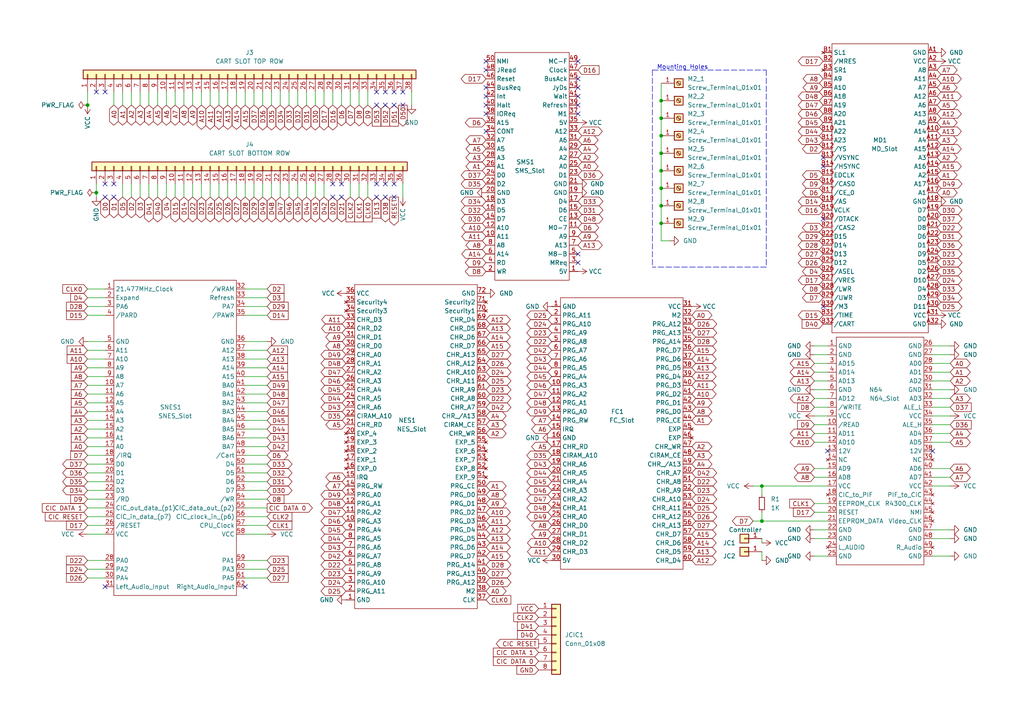
<source format=kicad_sch>
(kicad_sch (version 20211123) (generator eeschema)
  (paper "A4")
  (title_block (title "SIX SLOT ADAPTER") (date "2022-08-19") (rev "V2"))
  (lib_symbols
    (symbol "!OSCR:FC_Slot"
      (property "Reference" "U" (at -16.51 52.07 0))
      (property "Value" "FC_Slot" (at -13.97 46.99 0))
      (symbol "FC_Slot_1_1"
        (pin power_in line (at -20.32 41.91 0) (length 2.54) (name "GND") (number "1"))
        (pin input line (at -20.32 19.05 0) (length 2.54) (name "PRG_A3") (number "10"))
        (pin input line (at -20.32 16.51 0) (length 2.54) (name "PRG_A2") (number "11"))
        (pin input line (at -20.32 13.97 0) (length 2.54) (name "PRG_A1") (number "12"))
        (pin input line (at -20.32 11.43 0) (length 2.54) (name "PRG_A0") (number "13"))
        (pin input line (at -20.32 8.89 0) (length 2.54) (name "PRG_RW") (number "14"))
        (pin input line (at -20.32 6.35 0) (length 2.54) (name "IRQ") (number "15"))
        (pin power_in line (at -20.32 3.81 0) (length 2.54) (name "GND") (number "16"))
        (pin input line (at -20.32 1.27 0) (length 2.54) (name "CHR_RD") (number "17"))
        (pin input line (at -20.32 -1.27 0) (length 2.54) (name "CIRAM_A10") (number "18"))
        (pin input line (at -20.32 -3.81 0) (length 2.54) (name "CHR_A6") (number "19"))
        (pin input line (at -20.32 39.37 0) (length 2.54) (name "PRG_A11") (number "2"))
        (pin input line (at -20.32 -6.35 0) (length 2.54) (name "CHR_A5") (number "20"))
        (pin input line (at -20.32 -8.89 0) (length 2.54) (name "CHR_A4") (number "21"))
        (pin input line (at -20.32 -11.43 0) (length 2.54) (name "CHR_A3") (number "22"))
        (pin input line (at -20.32 -13.97 0) (length 2.54) (name "CHR_A2") (number "23"))
        (pin input line (at -20.32 -16.51 0) (length 2.54) (name "CHR_A1") (number "24"))
        (pin input line (at -20.32 -19.05 0) (length 2.54) (name "CHR_A0") (number "25"))
        (pin bidirectional line (at -20.32 -21.59 0) (length 2.54) (name "CHR_D0") (number "26"))
        (pin bidirectional line (at -20.32 -24.13 0) (length 2.54) (name "CHR_D1") (number "27"))
        (pin bidirectional line (at -20.32 -26.67 0) (length 2.54) (name "CHR_D2") (number "28"))
        (pin bidirectional line (at -20.32 -29.21 0) (length 2.54) (name "CHR_D3") (number "29"))
        (pin input line (at -20.32 36.83 0) (length 2.54) (name "PRG_A10") (number "3"))
        (pin power_in line (at -20.32 -31.75 0) (length 2.54) (name "5V") (number "30"))
        (pin power_in line (at 20.32 41.91 180) (length 2.54) (name "VCC") (number "31"))
        (pin input line (at 20.32 39.37 180) (length 2.54) (name "M2") (number "32"))
        (pin input line (at 20.32 36.83 180) (length 2.54) (name "PRG_A12") (number "33"))
        (pin input line (at 20.32 34.29 180) (length 2.54) (name "PRG_A13") (number "34"))
        (pin input line (at 20.32 31.75 180) (length 2.54) (name "PRG_A14") (number "35"))
        (pin bidirectional line (at 20.32 29.21 180) (length 2.54) (name "PRG_D7") (number "36"))
        (pin bidirectional line (at 20.32 26.67 180) (length 2.54) (name "PRG_D6") (number "37"))
        (pin bidirectional line (at 20.32 24.13 180) (length 2.54) (name "PRG_D5") (number "38"))
        (pin bidirectional line (at 20.32 21.59 180) (length 2.54) (name "PRG_D4") (number "39"))
        (pin input line (at -20.32 34.29 0) (length 2.54) (name "PRG_A9") (number "4"))
        (pin bidirectional line (at 20.32 19.05 180) (length 2.54) (name "PRG_D3") (number "40"))
        (pin bidirectional line (at 20.32 16.51 180) (length 2.54) (name "PRG_D2") (number "41"))
        (pin bidirectional line (at 20.32 13.97 180) (length 2.54) (name "PRG_D1") (number "42"))
        (pin bidirectional line (at 20.32 11.43 180) (length 2.54) (name "PRG_D0") (number "43"))
        (pin input line (at 20.32 8.89 180) (length 2.54) (name "PRG_CE") (number "44"))
        (pin no_connect line (at 20.32 6.35 180) (length 2.54) (name "EXP") (number "45"))
        (pin no_connect line (at 20.32 3.81 180) (length 2.54) (name "EXP") (number "46"))
        (pin input line (at 20.32 1.27 180) (length 2.54) (name "CHR_WR") (number "47"))
        (pin input line (at 20.32 -1.27 180) (length 2.54) (name "CIRAM_CE") (number "48"))
        (pin input line (at 20.32 -3.81 180) (length 2.54) (name "CHR_/A13") (number "49"))
        (pin input line (at -20.32 31.75 0) (length 2.54) (name "PRG_A8") (number "5"))
        (pin bidirectional line (at 20.32 -6.35 180) (length 2.54) (name "CHR_A7") (number "50"))
        (pin input line (at 20.32 -8.89 180) (length 2.54) (name "CHR_A8") (number "51"))
        (pin input line (at 20.32 -11.43 180) (length 2.54) (name "CHR_A9") (number "52"))
        (pin input line (at 20.32 -13.97 180) (length 2.54) (name "CHR_A10") (number "53"))
        (pin input line (at 20.32 -16.51 180) (length 2.54) (name "CHR_A11") (number "54"))
        (pin input line (at 20.32 -19.05 180) (length 2.54) (name "CHR_A12") (number "55"))
        (pin input line (at 20.32 -21.59 180) (length 2.54) (name "CHR_A13") (number "56"))
        (pin bidirectional line (at 20.32 -24.13 180) (length 2.54) (name "CHR_D7") (number "57"))
        (pin bidirectional line (at 20.32 -26.67 180) (length 2.54) (name "CHR_D6") (number "58"))
        (pin bidirectional line (at 20.32 -29.21 180) (length 2.54) (name "CHR_D5") (number "59"))
        (pin input line (at -20.32 29.21 0) (length 2.54) (name "PRG_A7") (number "6"))
        (pin bidirectional line (at 20.32 -31.75 180) (length 2.54) (name "CHR_D4") (number "60"))
        (pin input line (at -20.32 26.67 0) (length 2.54) (name "PRG_A6") (number "7"))
        (pin input line (at -20.32 24.13 0) (length 2.54) (name "PRG_A5") (number "8"))
        (pin input line (at -20.32 21.59 0) (length 2.54) (name "PRG_A4") (number "9"))
      )
    )
    (symbol "!OSCR:MD_Slot"
      (property "Reference" "U" (at -1.27 39.37 0))
      (property "Value" "MD_Slot" (at 1.27 36.83 0))
      (symbol "MD_Slot_1_1"
        (pin power_in line (at 22.86 17.78 180) (length 2.54) (name "GND") (number "A1"))
        (pin input line (at 22.86 -5.08 180) (length 2.54) (name "A14") (number "A10"))
        (pin input line (at 22.86 -7.62 180) (length 2.54) (name "A4") (number "A11"))
        (pin input line (at 22.86 -10.16 180) (length 2.54) (name "A15") (number "A12"))
        (pin input line (at 22.86 -12.7 180) (length 2.54) (name "A3") (number "A13"))
        (pin input line (at 22.86 -15.24 180) (length 2.54) (name "A16") (number "A14"))
        (pin input line (at 22.86 -17.78 180) (length 2.54) (name "A2") (number "A15"))
        (pin input line (at 22.86 -20.32 180) (length 2.54) (name "A17") (number "A16"))
        (pin input line (at 22.86 -22.86 180) (length 2.54) (name "A1") (number "A17"))
        (pin power_in line (at 22.86 -25.4 180) (length 2.54) (name "GND") (number "A18"))
        (pin bidirectional line (at 22.86 -27.94 180) (length 2.54) (name "D7") (number "A19"))
        (pin power_in line (at 22.86 15.24 180) (length 2.54) (name "VCC") (number "A2"))
        (pin bidirectional line (at 22.86 -30.48 180) (length 2.54) (name "D0") (number "A20"))
        (pin bidirectional line (at 22.86 -33.02 180) (length 2.54) (name "D8") (number "A21"))
        (pin bidirectional line (at 22.86 -35.56 180) (length 2.54) (name "D6") (number "A22"))
        (pin bidirectional line (at 22.86 -38.1 180) (length 2.54) (name "D1") (number "A23"))
        (pin bidirectional line (at 22.86 -40.64 180) (length 2.54) (name "D9") (number "A24"))
        (pin bidirectional line (at 22.86 -43.18 180) (length 2.54) (name "D5") (number "A25"))
        (pin bidirectional line (at 22.86 -45.72 180) (length 2.54) (name "D2") (number "A26"))
        (pin bidirectional line (at 22.86 -48.26 180) (length 2.54) (name "D10") (number "A27"))
        (pin bidirectional line (at 22.86 -50.8 180) (length 2.54) (name "D4") (number "A28"))
        (pin bidirectional line (at 22.86 -53.34 180) (length 2.54) (name "D3") (number "A29"))
        (pin input line (at 22.86 12.7 180) (length 2.54) (name "A8") (number "A3"))
        (pin bidirectional line (at 22.86 -55.88 180) (length 2.54) (name "D11") (number "A30"))
        (pin power_in line (at 22.86 -58.42 180) (length 2.54) (name "VCC") (number "A31"))
        (pin power_in line (at 22.86 -60.96 180) (length 2.54) (name "GND") (number "A32"))
        (pin input line (at 22.86 10.16 180) (length 2.54) (name "A11") (number "A4"))
        (pin input line (at 22.86 7.62 180) (length 2.54) (name "A7") (number "A5"))
        (pin input line (at 22.86 5.08 180) (length 2.54) (name "A12") (number "A6"))
        (pin input line (at 22.86 2.54 180) (length 2.54) (name "A6") (number "A7"))
        (pin input line (at 22.86 0 180) (length 2.54) (name "A13") (number "A8"))
        (pin input line (at 22.86 -2.54 180) (length 2.54) (name "A5") (number "A9"))
        (pin no_connect line (at -10.16 17.78 0) (length 2.54) (name "SL1") (number "B1"))
        (pin input line (at -10.16 -5.08 0) (length 2.54) (name "A22") (number "B10"))
        (pin input line (at -10.16 -7.62 0) (length 2.54) (name "A23") (number "B11"))
        (pin input line (at -10.16 -10.16 0) (length 2.54) (name "/YS") (number "B12"))
        (pin input line (at -10.16 -12.7 0) (length 2.54) (name "/VSYNC") (number "B13"))
        (pin input line (at -10.16 -15.24 0) (length 2.54) (name "/HSYNC") (number "B14"))
        (pin input line (at -10.16 -17.78 0) (length 2.54) (name "EDCLK") (number "B15"))
        (pin input line (at -10.16 -20.32 0) (length 2.54) (name "/CAS0") (number "B16"))
        (pin input line (at -10.16 -22.86 0) (length 2.54) (name "/CE_0") (number "B17"))
        (pin input line (at -10.16 -25.4 0) (length 2.54) (name "/AS") (number "B18"))
        (pin input line (at -10.16 -27.94 0) (length 2.54) (name "VCLK") (number "B19"))
        (pin input line (at -10.16 15.24 0) (length 2.54) (name "/MRES") (number "B2"))
        (pin input line (at -10.16 -30.48 0) (length 2.54) (name "/DTACK") (number "B20"))
        (pin input line (at -10.16 -33.02 0) (length 2.54) (name "/CAS2") (number "B21"))
        (pin bidirectional line (at -10.16 -35.56 0) (length 2.54) (name "D15") (number "B22"))
        (pin bidirectional line (at -10.16 -38.1 0) (length 2.54) (name "D14") (number "B23"))
        (pin bidirectional line (at -10.16 -40.64 0) (length 2.54) (name "D13") (number "B24"))
        (pin bidirectional line (at -10.16 -43.18 0) (length 2.54) (name "D12") (number "B25"))
        (pin input line (at -10.16 -45.72 0) (length 2.54) (name "/ASEL") (number "B26"))
        (pin input line (at -10.16 -48.26 0) (length 2.54) (name "/VRES") (number "B27"))
        (pin input line (at -10.16 -50.8 0) (length 2.54) (name "/LWR") (number "B28"))
        (pin input line (at -10.16 -53.34 0) (length 2.54) (name "/UWR") (number "B29"))
        (pin no_connect line (at -10.16 12.7 0) (length 2.54) (name "SR1") (number "B3"))
        (pin input line (at -10.16 -55.88 0) (length 2.54) (name "/M3") (number "B30"))
        (pin input line (at -10.16 -58.42 0) (length 2.54) (name "/TIME") (number "B31"))
        (pin input line (at -10.16 -60.96 0) (length 2.54) (name "/CART") (number "B32"))
        (pin input line (at -10.16 10.16 0) (length 2.54) (name "A9") (number "B4"))
        (pin input line (at -10.16 7.62 0) (length 2.54) (name "A10") (number "B5"))
        (pin input line (at -10.16 5.08 0) (length 2.54) (name "A18") (number "B6"))
        (pin input line (at -10.16 2.54 0) (length 2.54) (name "A19") (number "B7"))
        (pin input line (at -10.16 0 0) (length 2.54) (name "A20") (number "B8"))
        (pin input line (at -10.16 -2.54 0) (length 2.54) (name "A21") (number "B9"))
      )
    )
    (symbol "!OSCR:N64_Slot"
      (property "Reference" "J" (at -10.16 35.56 0))
      (property "Value" "N64_Slot" (at -6.35 33.02 0))
      (symbol "N64_Slot_1_1"
        (pin power_in line (at -12.7 29.21 0) (length 2.54) (name "GND") (number "1"))
        (pin input line (at -12.7 6.35 0) (length 2.54) (name "/READ") (number "10"))
        (pin bidirectional line (at -12.7 3.81 0) (length 2.54) (name "AD11") (number "11"))
        (pin bidirectional line (at -12.7 1.27 0) (length 2.54) (name "AD10") (number "12"))
        (pin power_in line (at -12.7 -1.27 0) (length 2.54) (name "12V") (number "13"))
        (pin no_connect line (at -12.7 -3.81 0) (length 2.54) (name "NC") (number "14"))
        (pin bidirectional line (at -12.7 -6.35 0) (length 2.54) (name "AD9") (number "15"))
        (pin bidirectional line (at -12.7 -8.89 0) (length 2.54) (name "AD8") (number "16"))
        (pin power_in line (at -12.7 -11.43 0) (length 2.54) (name "VCC") (number "17"))
        (pin no_connect line (at -12.7 -13.97 0) (length 2.54) (name "CIC_to_PIF") (number "18"))
        (pin input line (at -12.7 -16.51 0) (length 2.54) (name "EEPROM_CLK") (number "19"))
        (pin power_in line (at -12.7 26.67 0) (length 2.54) (name "GND") (number "2"))
        (pin input line (at -12.7 -19.05 0) (length 2.54) (name "RESET") (number "20"))
        (pin bidirectional line (at -12.7 -21.59 0) (length 2.54) (name "EEPROM_DATA") (number "21"))
        (pin power_in line (at -12.7 -24.13 0) (length 2.54) (name "GND") (number "22"))
        (pin power_in line (at -12.7 -26.67 0) (length 2.54) (name "GND") (number "23"))
        (pin no_connect line (at -12.7 -29.21 0) (length 2.54) (name "L_AUDIO") (number "24"))
        (pin power_in line (at -12.7 -31.75 0) (length 2.54) (name "GND") (number "25"))
        (pin power_in line (at 17.78 29.21 180) (length 2.54) (name "GND") (number "26"))
        (pin power_in line (at 17.78 26.67 180) (length 2.54) (name "GND") (number "27"))
        (pin bidirectional line (at 17.78 24.13 180) (length 2.54) (name "AD0") (number "28"))
        (pin bidirectional line (at 17.78 21.59 180) (length 2.54) (name "AD1") (number "29"))
        (pin bidirectional line (at -12.7 24.13 0) (length 2.54) (name "AD15") (number "3"))
        (pin bidirectional line (at 17.78 19.05 180) (length 2.54) (name "AD2") (number "30"))
        (pin power_in line (at 17.78 16.51 180) (length 2.54) (name "GND") (number "31"))
        (pin bidirectional line (at 17.78 13.97 180) (length 2.54) (name "AD3") (number "32"))
        (pin input line (at 17.78 11.43 180) (length 2.54) (name "ALE_L") (number "33"))
        (pin power_in line (at 17.78 8.89 180) (length 2.54) (name "VCC") (number "34"))
        (pin input line (at 17.78 6.35 180) (length 2.54) (name "ALE_H") (number "35"))
        (pin bidirectional line (at 17.78 3.81 180) (length 2.54) (name "AD4") (number "36"))
        (pin bidirectional line (at 17.78 1.27 180) (length 2.54) (name "AD5") (number "37"))
        (pin power_in line (at 17.78 -1.27 180) (length 2.54) (name "12V") (number "38"))
        (pin no_connect line (at 17.78 -3.81 180) (length 2.54) (name "NC") (number "39"))
        (pin bidirectional line (at -12.7 21.59 0) (length 2.54) (name "AD14") (number "4"))
        (pin bidirectional line (at 17.78 -6.35 180) (length 2.54) (name "AD6") (number "40"))
        (pin bidirectional line (at 17.78 -8.89 180) (length 2.54) (name "AD7") (number "41"))
        (pin power_in line (at 17.78 -11.43 180) (length 2.54) (name "VCC") (number "42"))
        (pin no_connect line (at 17.78 -13.97 180) (length 2.54) (name "PIF_to_CIC") (number "43"))
        (pin no_connect line (at 17.78 -16.51 180) (length 2.54) (name "R4300_CLK") (number "44"))
        (pin no_connect line (at 17.78 -19.05 180) (length 2.54) (name "NMI") (number "45"))
        (pin no_connect line (at 17.78 -21.59 180) (length 2.54) (name "Video_CLK") (number "46"))
        (pin power_in line (at 17.78 -24.13 180) (length 2.54) (name "GND") (number "47"))
        (pin power_in line (at 17.78 -26.67 180) (length 2.54) (name "GND") (number "48"))
        (pin no_connect line (at 17.78 -29.21 180) (length 2.54) (name "R_Audio") (number "49"))
        (pin bidirectional line (at -12.7 19.05 0) (length 2.54) (name "AD13") (number "5"))
        (pin power_in line (at 17.78 -31.75 180) (length 2.54) (name "GND") (number "50"))
        (pin power_in line (at -12.7 16.51 0) (length 2.54) (name "GND") (number "6"))
        (pin bidirectional line (at -12.7 13.97 0) (length 2.54) (name "AD12") (number "7"))
        (pin input line (at -12.7 11.43 0) (length 2.54) (name "/WRITE") (number "8"))
        (pin power_in line (at -12.7 8.89 0) (length 2.54) (name "VCC") (number "9"))
      )
    )
    (symbol "!OSCR:NES_Slot"
      (property "Reference" "U" (at -16.51 44.45 0))
      (property "Value" "NES_Slot" (at -12.7 41.91 0))
      (symbol "NES_Slot_1_1"
        (pin power_in line (at -19.05 -52.07 0) (length 2.54) (name "GND") (number "1"))
        (pin input line (at -19.05 -29.21 0) (length 2.54) (name "PRG_A3") (number "10"))
        (pin input line (at -19.05 -26.67 0) (length 2.54) (name "PRG_A2") (number "11"))
        (pin input line (at -19.05 -24.13 0) (length 2.54) (name "PRG_A1") (number "12"))
        (pin input line (at -19.05 -21.59 0) (length 2.54) (name "PRG_A0") (number "13"))
        (pin input line (at -19.05 -19.05 0) (length 2.54) (name "PRG_RW") (number "14"))
        (pin input line (at -19.05 -16.51 0) (length 2.54) (name "IRQ") (number "15"))
        (pin no_connect line (at -19.05 -13.97 0) (length 2.54) (name "EXP_0") (number "16"))
        (pin no_connect line (at -19.05 -11.43 0) (length 2.54) (name "EXP_1") (number "17"))
        (pin no_connect line (at -19.05 -8.89 0) (length 2.54) (name "EXP_2") (number "18"))
        (pin no_connect line (at -19.05 -6.35 0) (length 2.54) (name "EXP_3") (number "19"))
        (pin input line (at -19.05 -49.53 0) (length 2.54) (name "PRG_A11") (number "2"))
        (pin no_connect line (at -19.05 -3.81 0) (length 2.54) (name "EXP_4") (number "20"))
        (pin input line (at -19.05 -1.27 0) (length 2.54) (name "CHR_RD") (number "21"))
        (pin input line (at -19.05 1.27 0) (length 2.54) (name "CIRAM_A10") (number "22"))
        (pin input line (at -19.05 3.81 0) (length 2.54) (name "CHR_A6") (number "23"))
        (pin input line (at -19.05 6.35 0) (length 2.54) (name "CHR_A5") (number "24"))
        (pin input line (at -19.05 8.89 0) (length 2.54) (name "CHR_A4") (number "25"))
        (pin input line (at -19.05 11.43 0) (length 2.54) (name "CHR_A3") (number "26"))
        (pin input line (at -19.05 13.97 0) (length 2.54) (name "CHR_A2") (number "27"))
        (pin input line (at -19.05 16.51 0) (length 2.54) (name "CHR_A1") (number "28"))
        (pin input line (at -19.05 19.05 0) (length 2.54) (name "CHR_A0") (number "29"))
        (pin input line (at -19.05 -46.99 0) (length 2.54) (name "PRG_A10") (number "3"))
        (pin bidirectional line (at -19.05 21.59 0) (length 2.54) (name "CHR_D0") (number "30"))
        (pin bidirectional line (at -19.05 24.13 0) (length 2.54) (name "CHR_D1") (number "31"))
        (pin bidirectional line (at -19.05 26.67 0) (length 2.54) (name "CHR_D2") (number "32"))
        (pin bidirectional line (at -19.05 29.21 0) (length 2.54) (name "CHR_D3") (number "33"))
        (pin no_connect line (at -19.05 31.75 0) (length 2.54) (name "Security3") (number "34"))
        (pin no_connect line (at -19.05 34.29 0) (length 2.54) (name "Security4") (number "35"))
        (pin power_in line (at -19.05 36.83 0) (length 2.54) (name "VCC") (number "36"))
        (pin input line (at 21.59 -52.07 180) (length 2.54) (name "CLK") (number "37"))
        (pin input line (at 21.59 -49.53 180) (length 2.54) (name "M2") (number "38"))
        (pin input line (at 21.59 -46.99 180) (length 2.54) (name "PRG_A12") (number "39"))
        (pin input line (at -19.05 -44.45 0) (length 2.54) (name "PRG_A9") (number "4"))
        (pin input line (at 21.59 -44.45 180) (length 2.54) (name "PRG_A13") (number "40"))
        (pin input line (at 21.59 -41.91 180) (length 2.54) (name "PRG_A14") (number "41"))
        (pin bidirectional line (at 21.59 -39.37 180) (length 2.54) (name "PRG_D7") (number "42"))
        (pin bidirectional line (at 21.59 -36.83 180) (length 2.54) (name "PRG_D6") (number "43"))
        (pin bidirectional line (at 21.59 -34.29 180) (length 2.54) (name "PRG_D5") (number "44"))
        (pin bidirectional line (at 21.59 -31.75 180) (length 2.54) (name "PRG_D4") (number "45"))
        (pin bidirectional line (at 21.59 -29.21 180) (length 2.54) (name "PRG_D3") (number "46"))
        (pin bidirectional line (at 21.59 -26.67 180) (length 2.54) (name "PRG_D2") (number "47"))
        (pin bidirectional line (at 21.59 -24.13 180) (length 2.54) (name "PRG_D1") (number "48"))
        (pin bidirectional line (at 21.59 -21.59 180) (length 2.54) (name "PRG_D0") (number "49"))
        (pin input line (at -19.05 -41.91 0) (length 2.54) (name "PRG_A8") (number "5"))
        (pin input line (at 21.59 -19.05 180) (length 2.54) (name "PRG_CE") (number "50"))
        (pin no_connect line (at 21.59 -16.51 180) (length 2.54) (name "EXP_9") (number "51"))
        (pin no_connect line (at 21.59 -13.97 180) (length 2.54) (name "EXP_8") (number "52"))
        (pin no_connect line (at 21.59 -11.43 180) (length 2.54) (name "EXP_7") (number "53"))
        (pin no_connect line (at 21.59 -8.89 180) (length 2.54) (name "EXP_6") (number "54"))
        (pin no_connect line (at 21.59 -6.35 180) (length 2.54) (name "EXP_5") (number "55"))
        (pin input line (at 21.59 -3.81 180) (length 2.54) (name "CHR_WR") (number "56"))
        (pin input line (at 21.59 -1.27 180) (length 2.54) (name "CIRAM_CE") (number "57"))
        (pin input line (at 21.59 1.27 180) (length 2.54) (name "CHR_/A13") (number "58"))
        (pin bidirectional line (at 21.59 3.81 180) (length 2.54) (name "CHR_A7") (number "59"))
        (pin input line (at -19.05 -39.37 0) (length 2.54) (name "PRG_A7") (number "6"))
        (pin input line (at 21.59 6.35 180) (length 2.54) (name "CHR_A8") (number "60"))
        (pin input line (at 21.59 8.89 180) (length 2.54) (name "CHR_A9") (number "61"))
        (pin input line (at 21.59 11.43 180) (length 2.54) (name "CHR_A11") (number "62"))
        (pin input line (at 21.59 13.97 180) (length 2.54) (name "CHR_A10") (number "63"))
        (pin input line (at 21.59 16.51 180) (length 2.54) (name "CHR_A12") (number "64"))
        (pin input line (at 21.59 19.05 180) (length 2.54) (name "CHR_A13") (number "65"))
        (pin bidirectional line (at 21.59 21.59 180) (length 2.54) (name "CHR_D7") (number "66"))
        (pin bidirectional line (at 21.59 24.13 180) (length 2.54) (name "CHR_D6") (number "67"))
        (pin bidirectional line (at 21.59 26.67 180) (length 2.54) (name "CHR_D5") (number "68"))
        (pin bidirectional line (at 21.59 29.21 180) (length 2.54) (name "CHR_D4") (number "69"))
        (pin input line (at -19.05 -36.83 0) (length 2.54) (name "PRG_A6") (number "7"))
        (pin no_connect line (at 21.59 31.75 180) (length 2.54) (name "Security1") (number "70"))
        (pin no_connect line (at 21.59 34.29 180) (length 2.54) (name "Security2") (number "71"))
        (pin power_in line (at 21.59 36.83 180) (length 2.54) (name "GND") (number "72"))
        (pin input line (at -19.05 -34.29 0) (length 2.54) (name "PRG_A5") (number "8"))
        (pin input line (at -19.05 -31.75 0) (length 2.54) (name "PRG_A4") (number "9"))
      )
    )
    (symbol "!OSCR:SMS_Slot"
      (property "Reference" "U" (at -10.16 35.56 0))
      (property "Value" "SMS_Slot" (at -6.35 33.02 0))
      (symbol "SMS_Slot_1_1"
        (pin power_in line (at 12.7 -33.02 180) (length 2.54) (name "5V") (number "1"))
        (pin input line (at -13.97 -22.86 0) (length 2.54) (name "A11") (number "10"))
        (pin input line (at 12.7 -20.32 180) (length 2.54) (name "M0-7") (number "11"))
        (pin input line (at -13.97 -20.32 0) (length 2.54) (name "A10") (number "12"))
        (pin input line (at 12.7 -17.78 180) (length 2.54) (name "CE") (number "13"))
        (pin bidirectional line (at -13.97 -17.78 0) (length 2.54) (name "D7") (number "14"))
        (pin bidirectional line (at 12.7 -15.24 180) (length 2.54) (name "D6") (number "15"))
        (pin bidirectional line (at -13.97 -15.24 0) (length 2.54) (name "D5") (number "16"))
        (pin bidirectional line (at 12.7 -12.7 180) (length 2.54) (name "D4") (number "17"))
        (pin bidirectional line (at -13.97 -12.7 0) (length 2.54) (name "D3") (number "18"))
        (pin power_in line (at 12.7 -10.16 180) (length 2.54) (name "GND") (number "19"))
        (pin input line (at -13.97 -33.02 0) (length 2.54) (name "WR") (number "2"))
        (pin power_in line (at -13.97 -10.16 0) (length 2.54) (name "GND") (number "20"))
        (pin power_in line (at 12.7 -7.62 180) (length 2.54) (name "GND") (number "21"))
        (pin bidirectional line (at -13.97 -7.62 0) (length 2.54) (name "D2") (number "22"))
        (pin bidirectional line (at 12.7 -5.08 180) (length 2.54) (name "D1") (number "23"))
        (pin bidirectional line (at -13.97 -5.08 0) (length 2.54) (name "D0") (number "24"))
        (pin input line (at 12.7 -2.54 180) (length 2.54) (name "A0") (number "25"))
        (pin input line (at -13.97 -2.54 0) (length 2.54) (name "A1") (number "26"))
        (pin input line (at 12.7 0 180) (length 2.54) (name "A2") (number "27"))
        (pin input line (at -13.97 0 0) (length 2.54) (name "A3") (number "28"))
        (pin input line (at 12.7 2.54 180) (length 2.54) (name "A4") (number "29"))
        (pin input line (at 12.7 -30.48 180) (length 2.54) (name "MReq") (number "3"))
        (pin input line (at -13.97 2.54 0) (length 2.54) (name "A5") (number "30"))
        (pin input line (at 12.7 5.08 180) (length 2.54) (name "A6") (number "31"))
        (pin input line (at -13.97 5.08 0) (length 2.54) (name "A7") (number "32"))
        (pin input line (at 12.7 7.62 180) (length 2.54) (name "A12") (number "33"))
        (pin input line (at -13.97 7.62 0) (length 2.54) (name "CONT") (number "34"))
        (pin power_in line (at 12.7 10.16 180) (length 2.54) (name "5V") (number "35"))
        (pin input line (at -13.97 10.16 0) (length 2.54) (name "A15") (number "36"))
        (pin input line (at 12.7 12.7 180) (length 2.54) (name "M1") (number "37"))
        (pin input line (at -13.97 12.7 0) (length 2.54) (name "IOReq") (number "38"))
        (pin input line (at 12.7 15.24 180) (length 2.54) (name "Refresh") (number "39"))
        (pin input line (at -13.97 -30.48 0) (length 2.54) (name "RD") (number "4"))
        (pin input line (at -13.97 15.24 0) (length 2.54) (name "Halt") (number "40"))
        (pin input line (at 12.7 17.78 180) (length 2.54) (name "Wait") (number "41"))
        (pin input line (at -13.97 17.78 0) (length 2.54) (name "Int") (number "42"))
        (pin input line (at 12.7 20.32 180) (length 2.54) (name "JyDs") (number "43"))
        (pin input line (at -13.97 20.32 0) (length 2.54) (name "BusReq") (number "44"))
        (pin input line (at 12.7 22.86 180) (length 2.54) (name "BusAck") (number "45"))
        (pin input line (at -13.97 22.86 0) (length 2.54) (name "Reset") (number "46"))
        (pin input line (at 12.7 25.4 180) (length 2.54) (name "Clock") (number "47"))
        (pin input line (at -13.97 25.4 0) (length 2.54) (name "JRead") (number "48"))
        (pin input line (at 12.7 27.94 180) (length 2.54) (name "MC-F") (number "49"))
        (pin input line (at 12.7 -27.94 180) (length 2.54) (name "M8-B") (number "5"))
        (pin input line (at -13.97 27.94 0) (length 2.54) (name "NMI") (number "50"))
        (pin input line (at -13.97 -27.94 0) (length 2.54) (name "A14") (number "6"))
        (pin input line (at 12.7 -25.4 180) (length 2.54) (name "A13") (number "7"))
        (pin input line (at -13.97 -25.4 0) (length 2.54) (name "A8") (number "8"))
        (pin input line (at 12.7 -22.86 180) (length 2.54) (name "A9") (number "9"))
      )
    )
    (symbol "!OSCR:SNES_Slot"
      (property "Reference" "J" (at 12.7 45.72 0))
      (property "Value" "SNES_Slot" (at -11.43 45.72 0))
      (symbol "SNES_Slot_1_1"
        (pin input line (at -19.05 41.91 0) (length 2.54) (name "21.477MHz_Clock") (number "1"))
        (pin input line (at -19.05 13.97 0) (length 2.54) (name "A7") (number "10"))
        (pin input line (at -19.05 11.43 0) (length 2.54) (name "A6") (number "11"))
        (pin input line (at -19.05 8.89 0) (length 2.54) (name "A5") (number "12"))
        (pin input line (at -19.05 6.35 0) (length 2.54) (name "A4") (number "13"))
        (pin input line (at -19.05 3.81 0) (length 2.54) (name "A3") (number "14"))
        (pin input line (at -19.05 1.27 0) (length 2.54) (name "A2") (number "15"))
        (pin input line (at -19.05 -1.27 0) (length 2.54) (name "A1") (number "16"))
        (pin input line (at -19.05 -3.81 0) (length 2.54) (name "A0") (number "17"))
        (pin input line (at -19.05 -6.35 0) (length 2.54) (name "/IRQ") (number "18"))
        (pin bidirectional line (at -19.05 -8.89 0) (length 2.54) (name "D0") (number "19"))
        (pin input line (at -19.05 39.37 0) (length 2.54) (name "Expand") (number "2"))
        (pin bidirectional line (at -19.05 -11.43 0) (length 2.54) (name "D1") (number "20"))
        (pin bidirectional line (at -19.05 -13.97 0) (length 2.54) (name "D2") (number "21"))
        (pin bidirectional line (at -19.05 -16.51 0) (length 2.54) (name "D3") (number "22"))
        (pin input line (at -19.05 -19.05 0) (length 2.54) (name "/RD") (number "23"))
        (pin output line (at -19.05 -21.59 0) (length 2.54) (name "CIC_out_data_(p1)") (number "24"))
        (pin input line (at -19.05 -24.13 0) (length 2.54) (name "CIC_in_data_(p7)") (number "25"))
        (pin input line (at -19.05 -26.67 0) (length 2.54) (name "/RESET") (number "26"))
        (pin power_in line (at -19.05 -29.21 0) (length 2.54) (name "VCC") (number "27"))
        (pin input line (at -19.05 -36.83 0) (length 2.54) (name "PA0") (number "28"))
        (pin input line (at -19.05 -39.37 0) (length 2.54) (name "PA2") (number "29"))
        (pin input line (at -19.05 36.83 0) (length 2.54) (name "PA6") (number "3"))
        (pin input line (at -19.05 -41.91 0) (length 2.54) (name "PA4") (number "30"))
        (pin input line (at -19.05 -44.45 0) (length 2.54) (name "Left_Audio_Input") (number "31"))
        (pin input line (at 21.59 41.91 180) (length 2.54) (name "/WRAM") (number "32"))
        (pin input line (at 21.59 39.37 180) (length 2.54) (name "Refresh") (number "33"))
        (pin input line (at 21.59 36.83 180) (length 2.54) (name "PA7") (number "34"))
        (pin input line (at 21.59 34.29 180) (length 2.54) (name "/PAWR") (number "35"))
        (pin power_in line (at 21.59 26.67 180) (length 2.54) (name "GND") (number "36"))
        (pin input line (at 21.59 24.13 180) (length 2.54) (name "A12") (number "37"))
        (pin input line (at 21.59 21.59 180) (length 2.54) (name "A13") (number "38"))
        (pin input line (at 21.59 19.05 180) (length 2.54) (name "A14") (number "39"))
        (pin input line (at -19.05 34.29 0) (length 2.54) (name "/PARD") (number "4"))
        (pin input line (at 21.59 16.51 180) (length 2.54) (name "A15") (number "40"))
        (pin input line (at 21.59 13.97 180) (length 2.54) (name "BA0") (number "41"))
        (pin input line (at 21.59 11.43 180) (length 2.54) (name "BA1") (number "42"))
        (pin input line (at 21.59 8.89 180) (length 2.54) (name "BA2") (number "43"))
        (pin input line (at 21.59 6.35 180) (length 2.54) (name "BA3") (number "44"))
        (pin input line (at 21.59 3.81 180) (length 2.54) (name "BA4") (number "45"))
        (pin input line (at 21.59 1.27 180) (length 2.54) (name "BA5") (number "46"))
        (pin input line (at 21.59 -1.27 180) (length 2.54) (name "BA6") (number "47"))
        (pin input line (at 21.59 -3.81 180) (length 2.54) (name "BA7") (number "48"))
        (pin input line (at 21.59 -6.35 180) (length 2.54) (name "/Cart") (number "49"))
        (pin power_in line (at -19.05 26.67 0) (length 2.54) (name "GND") (number "5"))
        (pin bidirectional line (at 21.59 -8.89 180) (length 2.54) (name "D4") (number "50"))
        (pin bidirectional line (at 21.59 -11.43 180) (length 2.54) (name "D5") (number "51"))
        (pin bidirectional line (at 21.59 -13.97 180) (length 2.54) (name "D6") (number "52"))
        (pin bidirectional line (at 21.59 -16.51 180) (length 2.54) (name "D7") (number "53"))
        (pin input line (at 21.59 -19.05 180) (length 2.54) (name "/WR") (number "54"))
        (pin output line (at 21.59 -21.59 180) (length 2.54) (name "CIC_data_out_(p2)") (number "55"))
        (pin input line (at 21.59 -24.13 180) (length 2.54) (name "CIC_clock_in_(p6)") (number "56"))
        (pin input line (at 21.59 -26.67 180) (length 2.54) (name "CPU_Clock") (number "57"))
        (pin power_in line (at 21.59 -29.21 180) (length 2.54) (name "VCC") (number "58"))
        (pin input line (at 21.59 -36.83 180) (length 2.54) (name "PA1") (number "59"))
        (pin input line (at -19.05 24.13 0) (length 2.54) (name "A11") (number "6"))
        (pin input line (at 21.59 -39.37 180) (length 2.54) (name "PA3") (number "60"))
        (pin input line (at 21.59 -41.91 180) (length 2.54) (name "PA5") (number "61"))
        (pin input line (at 21.59 -44.45 180) (length 2.54) (name "Right_Audio_Input") (number "62"))
        (pin input line (at -19.05 21.59 0) (length 2.54) (name "A10") (number "7"))
        (pin input line (at -19.05 19.05 0) (length 2.54) (name "A9") (number "8"))
        (pin input line (at -19.05 16.51 0) (length 2.54) (name "A8") (number "9"))
      )
    )
    (symbol "Connector:Screw_Terminal_01x01" (pin_names (offset 1.016) hide)
      (property "Reference" "J" (at 0 2.54 0))
      (property "Value" "Screw_Terminal_01x01" (at 0 -2.54 0))
      (symbol "Screw_Terminal_01x01_1_1"
        (pin passive line (at -5.08 0 0) (length 3.81) (name "Pin_1") (number "1"))
      )
    )
    (symbol "Connector_Generic:Conn_01x01" (pin_names (offset 1.016) hide)
      (property "Reference" "J" (at 0 2.54 0))
      (property "Value" "Conn_01x01" (at 0 -2.54 0))
      (symbol "Conn_01x01_1_1"
        (pin passive line (at -5.08 0 0) (length 3.81) (name "Pin_1") (number "1"))
      )
    )
    (symbol "Connector_Generic:Conn_01x08" (pin_names (offset 1.016) hide)
      (property "Reference" "J" (at 0 10.16 0))
      (property "Value" "Conn_01x08" (at 0 -12.7 0))
      (symbol "Conn_01x08_1_1"
        (pin passive line (at -5.08 7.62 0) (length 3.81) (name "Pin_1") (number "1"))
        (pin passive line (at -5.08 5.08 0) (length 3.81) (name "Pin_2") (number "2"))
        (pin passive line (at -5.08 2.54 0) (length 3.81) (name "Pin_3") (number "3"))
        (pin passive line (at -5.08 0 0) (length 3.81) (name "Pin_4") (number "4"))
        (pin passive line (at -5.08 -2.54 0) (length 3.81) (name "Pin_5") (number "5"))
        (pin passive line (at -5.08 -5.08 0) (length 3.81) (name "Pin_6") (number "6"))
        (pin passive line (at -5.08 -7.62 0) (length 3.81) (name "Pin_7") (number "7"))
        (pin passive line (at -5.08 -10.16 0) (length 3.81) (name "Pin_8") (number "8"))
      )
    )
    (symbol "Connector_Generic:Conn_01x36" (pin_names (offset 1.016) hide)
      (property "Reference" "J" (at 0 45.72 0))
      (property "Value" "Conn_01x36" (at 0 -48.26 0))
      (symbol "Conn_01x36_1_1"
        (pin passive line (at -5.08 43.18 0) (length 3.81) (name "Pin_1") (number "1"))
        (pin passive line (at -5.08 20.32 0) (length 3.81) (name "Pin_10") (number "10"))
        (pin passive line (at -5.08 17.78 0) (length 3.81) (name "Pin_11") (number "11"))
        (pin passive line (at -5.08 15.24 0) (length 3.81) (name "Pin_12") (number "12"))
        (pin passive line (at -5.08 12.7 0) (length 3.81) (name "Pin_13") (number "13"))
        (pin passive line (at -5.08 10.16 0) (length 3.81) (name "Pin_14") (number "14"))
        (pin passive line (at -5.08 7.62 0) (length 3.81) (name "Pin_15") (number "15"))
        (pin passive line (at -5.08 5.08 0) (length 3.81) (name "Pin_16") (number "16"))
        (pin passive line (at -5.08 2.54 0) (length 3.81) (name "Pin_17") (number "17"))
        (pin passive line (at -5.08 0 0) (length 3.81) (name "Pin_18") (number "18"))
        (pin passive line (at -5.08 -2.54 0) (length 3.81) (name "Pin_19") (number "19"))
        (pin passive line (at -5.08 40.64 0) (length 3.81) (name "Pin_2") (number "2"))
        (pin passive line (at -5.08 -5.08 0) (length 3.81) (name "Pin_20") (number "20"))
        (pin passive line (at -5.08 -7.62 0) (length 3.81) (name "Pin_21") (number "21"))
        (pin passive line (at -5.08 -10.16 0) (length 3.81) (name "Pin_22") (number "22"))
        (pin passive line (at -5.08 -12.7 0) (length 3.81) (name "Pin_23") (number "23"))
        (pin passive line (at -5.08 -15.24 0) (length 3.81) (name "Pin_24") (number "24"))
        (pin passive line (at -5.08 -17.78 0) (length 3.81) (name "Pin_25") (number "25"))
        (pin passive line (at -5.08 -20.32 0) (length 3.81) (name "Pin_26") (number "26"))
        (pin passive line (at -5.08 -22.86 0) (length 3.81) (name "Pin_27") (number "27"))
        (pin passive line (at -5.08 -25.4 0) (length 3.81) (name "Pin_28") (number "28"))
        (pin passive line (at -5.08 -27.94 0) (length 3.81) (name "Pin_29") (number "29"))
        (pin passive line (at -5.08 38.1 0) (length 3.81) (name "Pin_3") (number "3"))
        (pin passive line (at -5.08 -30.48 0) (length 3.81) (name "Pin_30") (number "30"))
        (pin passive line (at -5.08 -33.02 0) (length 3.81) (name "Pin_31") (number "31"))
        (pin passive line (at -5.08 -35.56 0) (length 3.81) (name "Pin_32") (number "32"))
        (pin passive line (at -5.08 -38.1 0) (length 3.81) (name "Pin_33") (number "33"))
        (pin passive line (at -5.08 -40.64 0) (length 3.81) (name "Pin_34") (number "34"))
        (pin passive line (at -5.08 -43.18 0) (length 3.81) (name "Pin_35") (number "35"))
        (pin passive line (at -5.08 -45.72 0) (length 3.81) (name "Pin_36") (number "36"))
        (pin passive line (at -5.08 35.56 0) (length 3.81) (name "Pin_4") (number "4"))
        (pin passive line (at -5.08 33.02 0) (length 3.81) (name "Pin_5") (number "5"))
        (pin passive line (at -5.08 30.48 0) (length 3.81) (name "Pin_6") (number "6"))
        (pin passive line (at -5.08 27.94 0) (length 3.81) (name "Pin_7") (number "7"))
        (pin passive line (at -5.08 25.4 0) (length 3.81) (name "Pin_8") (number "8"))
        (pin passive line (at -5.08 22.86 0) (length 3.81) (name "Pin_9") (number "9"))
      )
    )
    (symbol "Connector_Generic:Conn_01x38" (pin_names (offset 1.016) hide)
      (property "Reference" "J" (at 0 48.26 0))
      (property "Value" "Conn_01x38" (at 0 -50.8 0))
      (symbol "Conn_01x38_1_1"
        (pin passive line (at -5.08 45.72 0) (length 3.81) (name "Pin_1") (number "1"))
        (pin passive line (at -5.08 22.86 0) (length 3.81) (name "Pin_10") (number "10"))
        (pin passive line (at -5.08 20.32 0) (length 3.81) (name "Pin_11") (number "11"))
        (pin passive line (at -5.08 17.78 0) (length 3.81) (name "Pin_12") (number "12"))
        (pin passive line (at -5.08 15.24 0) (length 3.81) (name "Pin_13") (number "13"))
        (pin passive line (at -5.08 12.7 0) (length 3.81) (name "Pin_14") (number "14"))
        (pin passive line (at -5.08 10.16 0) (length 3.81) (name "Pin_15") (number "15"))
        (pin passive line (at -5.08 7.62 0) (length 3.81) (name "Pin_16") (number "16"))
        (pin passive line (at -5.08 5.08 0) (length 3.81) (name "Pin_17") (number "17"))
        (pin passive line (at -5.08 2.54 0) (length 3.81) (name "Pin_18") (number "18"))
        (pin passive line (at -5.08 0 0) (length 3.81) (name "Pin_19") (number "19"))
        (pin passive line (at -5.08 43.18 0) (length 3.81) (name "Pin_2") (number "2"))
        (pin passive line (at -5.08 -2.54 0) (length 3.81) (name "Pin_20") (number "20"))
        (pin passive line (at -5.08 -5.08 0) (length 3.81) (name "Pin_21") (number "21"))
        (pin passive line (at -5.08 -7.62 0) (length 3.81) (name "Pin_22") (number "22"))
        (pin passive line (at -5.08 -10.16 0) (length 3.81) (name "Pin_23") (number "23"))
        (pin passive line (at -5.08 -12.7 0) (length 3.81) (name "Pin_24") (number "24"))
        (pin passive line (at -5.08 -15.24 0) (length 3.81) (name "Pin_25") (number "25"))
        (pin passive line (at -5.08 -17.78 0) (length 3.81) (name "Pin_26") (number "26"))
        (pin passive line (at -5.08 -20.32 0) (length 3.81) (name "Pin_27") (number "27"))
        (pin passive line (at -5.08 -22.86 0) (length 3.81) (name "Pin_28") (number "28"))
        (pin passive line (at -5.08 -25.4 0) (length 3.81) (name "Pin_29") (number "29"))
        (pin passive line (at -5.08 40.64 0) (length 3.81) (name "Pin_3") (number "3"))
        (pin passive line (at -5.08 -27.94 0) (length 3.81) (name "Pin_30") (number "30"))
        (pin passive line (at -5.08 -30.48 0) (length 3.81) (name "Pin_31") (number "31"))
        (pin passive line (at -5.08 -33.02 0) (length 3.81) (name "Pin_32") (number "32"))
        (pin passive line (at -5.08 -35.56 0) (length 3.81) (name "Pin_33") (number "33"))
        (pin passive line (at -5.08 -38.1 0) (length 3.81) (name "Pin_34") (number "34"))
        (pin passive line (at -5.08 -40.64 0) (length 3.81) (name "Pin_35") (number "35"))
        (pin passive line (at -5.08 -43.18 0) (length 3.81) (name "Pin_36") (number "36"))
        (pin passive line (at -5.08 -45.72 0) (length 3.81) (name "Pin_37") (number "37"))
        (pin passive line (at -5.08 -48.26 0) (length 3.81) (name "Pin_38") (number "38"))
        (pin passive line (at -5.08 38.1 0) (length 3.81) (name "Pin_4") (number "4"))
        (pin passive line (at -5.08 35.56 0) (length 3.81) (name "Pin_5") (number "5"))
        (pin passive line (at -5.08 33.02 0) (length 3.81) (name "Pin_6") (number "6"))
        (pin passive line (at -5.08 30.48 0) (length 3.81) (name "Pin_7") (number "7"))
        (pin passive line (at -5.08 27.94 0) (length 3.81) (name "Pin_8") (number "8"))
        (pin passive line (at -5.08 25.4 0) (length 3.81) (name "Pin_9") (number "9"))
      )
    )
    (symbol "Device:R_Small" (pin_numbers hide) (pin_names (offset 0.254) hide)
      (property "Reference" "R" (at 0.762 0.508 0))
      (property "Value" "R_Small" (at 0.762 -1.016 0))
      (symbol "R_Small_1_1"
        (pin passive line (at 0 2.54 270) (length 0.762) (name "~") (number "1"))
        (pin passive line (at 0 -2.54 90) (length 0.762) (name "~") (number "2"))
      )
    )
    (symbol "power:GND" (power) (pin_names (offset 0))
      (property "Value" "GND" (at 0 -3.81 0))
      (symbol "GND_1_1"
        (pin power_in line (at 0 0 270) (length 0) hide (name "GND") (number "1"))
      )
    )
    (symbol "power:PWR_FLAG" (power) (pin_numbers hide) (pin_names (offset 0) hide)
      (property "Value" "PWR_FLAG" (at 0 3.81 0))
      (symbol "PWR_FLAG_0_0"
        (pin power_out line (at 0 0 90) (length 0) (name "pwr") (number "1"))
      )
    )
    (symbol "power:VCC" (power) (pin_names (offset 0))
      (property "Value" "VCC" (at 0 3.81 0))
      (symbol "VCC_1_1"
        (pin power_in line (at 0 0 90) (length 0) hide (name "VCC") (number "1"))
      )
    )
  )
  (junction (at 191.77 64.77))
  (junction (at 191.77 49.53))
  (junction (at 191.77 34.29))
  (junction (at 27.94 55.88))
  (junction (at 191.77 29.21))
  (junction (at 191.77 39.37))
  (junction (at 220.98 151.13))
  (junction (at 191.77 44.45))
  (junction (at 220.98 140.97))
  (junction (at 25.4 30.48))
  (junction (at 191.77 54.61))
  (junction (at 191.77 59.69))
  (no_connect (at 167.64 27.94))
  (no_connect (at 167.64 22.86))
  (no_connect (at 109.22 57.15))
  (no_connect (at 99.06 57.15))
  (no_connect (at 96.52 57.15))
  (no_connect (at 111.76 57.15))
  (no_connect (at 114.3 57.15))
  (no_connect (at 240.03 130.81))
  (no_connect (at 167.64 17.78))
  (no_connect (at 140.97 38.1))
  (no_connect (at 270.51 130.81))
  (no_connect (at 140.97 33.02))
  (no_connect (at 140.97 25.4))
  (no_connect (at 167.64 25.4))
  (no_connect (at 96.52 53.34))
  (no_connect (at 99.06 53.34))
  (no_connect (at 109.22 53.34))
  (no_connect (at 111.76 53.34))
  (no_connect (at 111.76 30.48))
  (no_connect (at 114.3 30.48))
  (no_connect (at 116.84 30.48))
  (no_connect (at 114.3 53.34))
  (no_connect (at 109.22 26.67))
  (no_connect (at 111.76 26.67))
  (no_connect (at 114.3 26.67))
  (no_connect (at 116.84 26.67))
  (no_connect (at 109.22 30.48))
  (no_connect (at 140.97 30.48))
  (no_connect (at 140.97 27.94))
  (no_connect (at 167.64 73.66))
  (no_connect (at 33.02 53.34))
  (no_connect (at 30.48 53.34))
  (no_connect (at 30.48 26.67))
  (no_connect (at 27.94 26.67))
  (no_connect (at 33.02 57.15))
  (no_connect (at 30.48 57.15))
  (no_connect (at 140.97 20.32))
  (no_connect (at 238.76 63.5))
  (no_connect (at 167.64 33.02))
  (no_connect (at 140.97 17.78))
  (no_connect (at 238.76 88.9))
  (no_connect (at 238.76 45.72))
  (no_connect (at 71.12 170.18))
  (no_connect (at 167.64 30.48))
  (no_connect (at 30.48 170.18))
  (no_connect (at 238.76 48.26))
  (no_connect (at 167.64 76.2))
  (wire (pts (xy 40.64 53.34) (xy 40.64 57.15)))
  (wire (pts (xy 48.26 53.34) (xy 48.26 57.15)))
  (wire (pts (xy 236.22 115.57) (xy 240.03 115.57)))
  (wire (pts (xy 236.22 148.59) (xy 240.03 148.59)))
  (wire (pts (xy 101.6 26.67) (xy 101.6 30.48)))
  (wire (pts (xy 83.82 26.67) (xy 83.82 30.48)))
  (wire (pts (xy 25.4 165.1) (xy 30.48 165.1)))
  (wire (pts (xy 68.58 26.67) (xy 68.58 30.48)))
  (wire (pts (xy 25.4 149.86) (xy 30.48 149.86)))
  (wire (pts (xy 71.12 154.94) (xy 77.47 154.94)))
  (wire (pts (xy 220.98 156.21) (xy 220.98 157.48)))
  (wire (pts (xy 191.77 64.77) (xy 191.77 69.85)))
  (wire (pts (xy 270.51 156.21) (xy 275.59 156.21)))
  (wire (pts (xy 71.12 121.92) (xy 77.47 121.92)))
  (wire (pts (xy 236.22 113.03) (xy 240.03 113.03)))
  (wire (pts (xy 73.66 53.34) (xy 73.66 57.15)))
  (wire (pts (xy 43.18 53.34) (xy 43.18 57.15)))
  (wire (pts (xy 270.51 128.27) (xy 275.59 128.27)))
  (wire (pts (xy 71.12 106.68) (xy 77.47 106.68)))
  (wire (pts (xy 270.51 105.41) (xy 275.59 105.41)))
  (wire (pts (xy 236.22 120.65) (xy 240.03 120.65)))
  (wire (pts (xy 99.06 26.67) (xy 99.06 30.48)))
  (wire (pts (xy 71.12 124.46) (xy 77.47 124.46)))
  (wire (pts (xy 71.12 167.64) (xy 77.47 167.64)))
  (wire (pts (xy 25.4 147.32) (xy 30.48 147.32)))
  (wire (pts (xy 25.4 109.22) (xy 30.48 109.22)))
  (wire (pts (xy 33.02 26.67) (xy 33.02 30.48)))
  (wire (pts (xy 71.12 116.84) (xy 77.47 116.84)))
  (wire (pts (xy 66.04 26.67) (xy 66.04 30.48)))
  (wire (pts (xy 236.22 138.43) (xy 240.03 138.43)))
  (wire (pts (xy 63.5 26.67) (xy 63.5 30.48)))
  (wire (pts (xy 236.22 100.33) (xy 240.03 100.33)))
  (wire (pts (xy 45.72 53.34) (xy 45.72 57.15)))
  (wire (pts (xy 71.12 83.82) (xy 77.47 83.82)))
  (wire (pts (xy 71.12 53.34) (xy 71.12 57.15)))
  (wire (pts (xy 25.4 116.84) (xy 30.48 116.84)))
  (wire (pts (xy 106.68 53.34) (xy 106.68 57.15)))
  (wire (pts (xy 71.12 137.16) (xy 77.47 137.16)))
  (wire (pts (xy 25.4 88.9) (xy 30.48 88.9)))
  (wire (pts (xy 71.12 109.22) (xy 77.47 109.22)))
  (wire (pts (xy 101.6 53.34) (xy 101.6 57.15)))
  (wire (pts (xy 25.4 167.64) (xy 30.48 167.64)))
  (wire (pts (xy 63.5 53.34) (xy 63.5 57.15)))
  (polyline (pts (xy 189.23 20.32) (xy 189.23 77.47)))
  (wire (pts (xy 55.88 26.67) (xy 55.88 30.48)))
  (wire (pts (xy 218.44 140.97) (xy 220.98 140.97)))
  (wire (pts (xy 71.12 88.9) (xy 77.47 88.9)))
  (wire (pts (xy 38.1 26.67) (xy 38.1 30.48)))
  (wire (pts (xy 236.22 135.89) (xy 240.03 135.89)))
  (wire (pts (xy 25.4 152.4) (xy 30.48 152.4)))
  (wire (pts (xy 25.4 91.44) (xy 30.48 91.44)))
  (wire (pts (xy 35.56 53.34) (xy 35.56 57.15)))
  (wire (pts (xy 191.77 69.85) (xy 194.31 69.85)))
  (wire (pts (xy 25.4 124.46) (xy 30.48 124.46)))
  (wire (pts (xy 96.52 26.67) (xy 96.52 30.48)))
  (wire (pts (xy 191.77 29.21) (xy 191.77 34.29)))
  (wire (pts (xy 25.4 142.24) (xy 30.48 142.24)))
  (wire (pts (xy 71.12 127) (xy 77.47 127)))
  (wire (pts (xy 25.4 111.76) (xy 30.48 111.76)))
  (wire (pts (xy 35.56 26.67) (xy 35.56 30.48)))
  (polyline (pts (xy 222.25 77.47) (xy 189.23 77.47)))
  (wire (pts (xy 220.98 151.13) (xy 240.03 151.13)))
  (wire (pts (xy 71.12 104.14) (xy 77.47 104.14)))
  (wire (pts (xy 73.66 26.67) (xy 73.66 30.48)))
  (wire (pts (xy 71.12 132.08) (xy 77.47 132.08)))
  (wire (pts (xy 88.9 53.34) (xy 88.9 57.15)))
  (wire (pts (xy 60.96 26.67) (xy 60.96 30.48)))
  (wire (pts (xy 25.4 99.06) (xy 30.48 99.06)))
  (wire (pts (xy 71.12 26.67) (xy 71.12 30.48)))
  (wire (pts (xy 81.28 53.34) (xy 81.28 57.15)))
  (wire (pts (xy 25.4 127) (xy 30.48 127)))
  (wire (pts (xy 43.18 26.67) (xy 43.18 30.48)))
  (wire (pts (xy 191.77 24.13) (xy 191.77 29.21)))
  (wire (pts (xy 91.44 26.67) (xy 91.44 30.48)))
  (wire (pts (xy 25.4 106.68) (xy 30.48 106.68)))
  (wire (pts (xy 25.4 26.67) (xy 25.4 30.48)))
  (wire (pts (xy 86.36 26.67) (xy 86.36 30.48)))
  (wire (pts (xy 270.51 140.97) (xy 275.59 140.97)))
  (wire (pts (xy 71.12 165.1) (xy 77.47 165.1)))
  (wire (pts (xy 191.77 39.37) (xy 191.77 44.45)))
  (wire (pts (xy 191.77 44.45) (xy 191.77 49.53)))
  (wire (pts (xy 25.4 129.54) (xy 30.48 129.54)))
  (wire (pts (xy 86.36 53.34) (xy 86.36 57.15)))
  (wire (pts (xy 68.58 53.34) (xy 68.58 57.15)))
  (wire (pts (xy 25.4 114.3) (xy 30.48 114.3)))
  (wire (pts (xy 55.88 53.34) (xy 55.88 57.15)))
  (wire (pts (xy 220.98 148.59) (xy 220.98 151.13)))
  (wire (pts (xy 25.4 162.56) (xy 30.48 162.56)))
  (wire (pts (xy 58.42 26.67) (xy 58.42 30.48)))
  (wire (pts (xy 78.74 26.67) (xy 78.74 30.48)))
  (wire (pts (xy 104.14 26.67) (xy 104.14 30.48)))
  (wire (pts (xy 71.12 91.44) (xy 77.47 91.44)))
  (wire (pts (xy 270.51 138.43) (xy 275.59 138.43)))
  (wire (pts (xy 220.98 140.97) (xy 240.03 140.97)))
  (wire (pts (xy 71.12 139.7) (xy 77.47 139.7)))
  (wire (pts (xy 270.51 118.11) (xy 275.59 118.11)))
  (wire (pts (xy 270.51 120.65) (xy 275.59 120.65)))
  (wire (pts (xy 71.12 142.24) (xy 77.47 142.24)))
  (wire (pts (xy 38.1 53.34) (xy 38.1 57.15)))
  (wire (pts (xy 71.12 134.62) (xy 77.47 134.62)))
  (wire (pts (xy 220.98 140.97) (xy 220.98 143.51)))
  (wire (pts (xy 25.4 137.16) (xy 30.48 137.16)))
  (wire (pts (xy 71.12 162.56) (xy 77.47 162.56)))
  (wire (pts (xy 236.22 156.21) (xy 240.03 156.21)))
  (wire (pts (xy 220.98 160.02) (xy 220.98 162.56)))
  (wire (pts (xy 25.4 154.94) (xy 30.48 154.94)))
  (wire (pts (xy 270.51 107.95) (xy 275.59 107.95)))
  (wire (pts (xy 58.42 53.34) (xy 58.42 57.15)))
  (wire (pts (xy 45.72 26.67) (xy 45.72 30.48)))
  (wire (pts (xy 25.4 83.82) (xy 30.48 83.82)))
  (wire (pts (xy 236.22 102.87) (xy 240.03 102.87)))
  (wire (pts (xy 236.22 110.49) (xy 240.03 110.49)))
  (wire (pts (xy 25.4 104.14) (xy 30.48 104.14)))
  (wire (pts (xy 270.51 102.87) (xy 275.59 102.87)))
  (wire (pts (xy 270.51 123.19) (xy 275.59 123.19)))
  (wire (pts (xy 270.51 135.89) (xy 275.59 135.89)))
  (wire (pts (xy 25.4 101.6) (xy 30.48 101.6)))
  (wire (pts (xy 71.12 99.06) (xy 77.47 99.06)))
  (wire (pts (xy 40.64 26.67) (xy 40.64 30.48)))
  (wire (pts (xy 270.51 113.03) (xy 275.59 113.03)))
  (wire (pts (xy 104.14 53.34) (xy 104.14 57.15)))
  (wire (pts (xy 270.51 110.49) (xy 275.59 110.49)))
  (wire (pts (xy 93.98 26.67) (xy 93.98 30.48)))
  (wire (pts (xy 236.22 153.67) (xy 240.03 153.67)))
  (wire (pts (xy 50.8 26.67) (xy 50.8 30.48)))
  (wire (pts (xy 270.51 115.57) (xy 275.59 115.57)))
  (wire (pts (xy 83.82 53.34) (xy 83.82 57.15)))
  (wire (pts (xy 236.22 161.29) (xy 240.03 161.29)))
  (wire (pts (xy 71.12 111.76) (xy 77.47 111.76)))
  (wire (pts (xy 53.34 53.34) (xy 53.34 57.15)))
  (wire (pts (xy 236.22 123.19) (xy 240.03 123.19)))
  (wire (pts (xy 71.12 129.54) (xy 77.47 129.54)))
  (wire (pts (xy 236.22 105.41) (xy 240.03 105.41)))
  (wire (pts (xy 71.12 149.86) (xy 77.47 149.86)))
  (wire (pts (xy 119.38 26.67) (xy 119.38 30.48)))
  (wire (pts (xy 66.04 53.34) (xy 66.04 57.15)))
  (wire (pts (xy 106.68 26.67) (xy 106.68 30.48)))
  (wire (pts (xy 53.34 26.67) (xy 53.34 30.48)))
  (wire (pts (xy 48.26 26.67) (xy 48.26 30.48)))
  (wire (pts (xy 76.2 53.34) (xy 76.2 57.15)))
  (wire (pts (xy 76.2 26.67) (xy 76.2 30.48)))
  (wire (pts (xy 270.51 100.33) (xy 275.59 100.33)))
  (wire (pts (xy 71.12 147.32) (xy 77.47 147.32)))
  (wire (pts (xy 191.77 49.53) (xy 191.77 54.61)))
  (wire (pts (xy 25.4 86.36) (xy 30.48 86.36)))
  (wire (pts (xy 78.74 53.34) (xy 78.74 57.15)))
  (wire (pts (xy 236.22 146.05) (xy 240.03 146.05)))
  (wire (pts (xy 60.96 53.34) (xy 60.96 57.15)))
  (wire (pts (xy 116.84 53.34) (xy 116.84 57.15)))
  (wire (pts (xy 236.22 107.95) (xy 240.03 107.95)))
  (wire (pts (xy 71.12 86.36) (xy 77.47 86.36)))
  (wire (pts (xy 71.12 119.38) (xy 77.47 119.38)))
  (wire (pts (xy 25.4 119.38) (xy 30.48 119.38)))
  (wire (pts (xy 81.28 26.67) (xy 81.28 30.48)))
  (wire (pts (xy 71.12 152.4) (xy 77.47 152.4)))
  (wire (pts (xy 25.4 139.7) (xy 30.48 139.7)))
  (wire (pts (xy 88.9 26.67) (xy 88.9 30.48)))
  (wire (pts (xy 27.94 53.34) (xy 27.94 55.88)))
  (polyline (pts (xy 222.25 20.32) (xy 222.25 77.47)))
  (wire (pts (xy 270.51 153.67) (xy 275.59 153.67)))
  (wire (pts (xy 91.44 53.34) (xy 91.44 57.15)))
  (wire (pts (xy 71.12 101.6) (xy 77.47 101.6)))
  (wire (pts (xy 236.22 125.73) (xy 240.03 125.73)))
  (wire (pts (xy 218.44 151.13) (xy 220.98 151.13)))
  (wire (pts (xy 27.94 55.88) (xy 27.94 57.15)))
  (polyline (pts (xy 189.23 20.32) (xy 222.25 20.32)))
  (wire (pts (xy 270.51 161.29) (xy 275.59 161.29)))
  (wire (pts (xy 93.98 53.34) (xy 93.98 57.15)))
  (wire (pts (xy 236.22 128.27) (xy 240.03 128.27)))
  (wire (pts (xy 191.77 34.29) (xy 191.77 39.37)))
  (wire (pts (xy 236.22 118.11) (xy 240.03 118.11)))
  (wire (pts (xy 25.4 132.08) (xy 30.48 132.08)))
  (wire (pts (xy 191.77 54.61) (xy 191.77 59.69)))
  (wire (pts (xy 191.77 59.69) (xy 191.77 64.77)))
  (wire (pts (xy 50.8 53.34) (xy 50.8 57.15)))
  (wire (pts (xy 71.12 114.3) (xy 77.47 114.3)))
  (wire (pts (xy 25.4 121.92) (xy 30.48 121.92)))
  (wire (pts (xy 270.51 125.73) (xy 275.59 125.73)))
  (wire (pts (xy 25.4 134.62) (xy 30.48 134.62)))
  (wire (pts (xy 25.4 144.78) (xy 30.48 144.78)))
  (wire (pts (xy 71.12 144.78) (xy 77.47 144.78)))
  (text "Mounting Holes" (at 190.5 20.32 0) (effects (font (size 1.27 1.27)) (justify left bottom)))
  (global_label "D8" (shape input) (at 236.22 118.11 180) (property "Intersheet References" "${INTERSHEET_REFS}" (effects hide)))
  (global_label "D45" (shape bidirectional) (at 160.02 139.7 180) (property "Intersheet References" "${INTERSHEET_REFS}" (effects hide)))
  (global_label "A6" (shape bidirectional) (at 275.59 135.89 0) (property "Intersheet References" "${INTERSHEET_REFS}" (effects hide)))
  (global_label "D49" (shape bidirectional) (at 271.78 53.34 0) (property "Intersheet References" "${INTERSHEET_REFS}" (effects hide)))
  (global_label "A10" (shape bidirectional) (at 236.22 128.27 180) (property "Intersheet References" "${INTERSHEET_REFS}" (effects hide)))
  (global_label "A11" (shape input) (at 25.4 101.6 180) (property "Intersheet References" "${INTERSHEET_REFS}" (effects hide)))
  (global_label "A6" (shape bidirectional) (at 48.26 30.48 270) (property "Intersheet References" "${INTERSHEET_REFS}" (effects hide)))
  (global_label "D37" (shape bidirectional) (at 140.97 50.8 180) (property "Intersheet References" "${INTERSHEET_REFS}" (effects hide)))
  (global_label "D47" (shape bidirectional) (at 160.02 114.3 180) (property "Intersheet References" "${INTERSHEET_REFS}" (effects hide)))
  (global_label "A9" (shape input) (at 25.4 106.68 180) (property "Intersheet References" "${INTERSHEET_REFS}" (effects hide)))
  (global_label "D47" (shape bidirectional) (at 160.02 144.78 180) (property "Intersheet References" "${INTERSHEET_REFS}" (effects hide)))
  (global_label "D29" (shape bidirectional) (at 238.76 68.58 180) (property "Intersheet References" "${INTERSHEET_REFS}" (effects hide)))
  (global_label "D44" (shape bidirectional) (at 160.02 137.16 180) (property "Intersheet References" "${INTERSHEET_REFS}" (effects hide)))
  (global_label "D51" (shape input) (at 114.3 30.48 270) (property "Intersheet References" "${INTERSHEET_REFS}" (effects hide)))
  (global_label "D29" (shape bidirectional) (at 73.66 57.15 270) (property "Intersheet References" "${INTERSHEET_REFS}" (effects hide)))
  (global_label "D22" (shape bidirectional) (at 200.66 139.7 0) (property "Intersheet References" "${INTERSHEET_REFS}" (effects hide)))
  (global_label "D33" (shape bidirectional) (at 271.78 83.82 0) (property "Intersheet References" "${INTERSHEET_REFS}" (effects hide)))
  (global_label "A3" (shape bidirectional) (at 271.78 40.64 0) (property "Intersheet References" "${INTERSHEET_REFS}" (effects hide)))
  (global_label "A15" (shape bidirectional) (at 140.97 161.29 0) (property "Intersheet References" "${INTERSHEET_REFS}" (effects hide)))
  (global_label "A9" (shape bidirectional) (at 55.88 30.48 270) (property "Intersheet References" "${INTERSHEET_REFS}" (effects hide)))
  (global_label "A11" (shape bidirectional) (at 200.66 111.76 0) (property "Intersheet References" "${INTERSHEET_REFS}" (effects hide)))
  (global_label "D31" (shape bidirectional) (at 88.9 30.48 270) (property "Intersheet References" "${INTERSHEET_REFS}" (effects hide)))
  (global_label "D9" (shape bidirectional) (at 140.97 76.2 180) (property "Intersheet References" "${INTERSHEET_REFS}" (effects hide)))
  (global_label "D24" (shape bidirectional) (at 60.96 57.15 270) (property "Intersheet References" "${INTERSHEET_REFS}" (effects hide)))
  (global_label "D47" (shape bidirectional) (at 100.33 148.59 180) (property "Intersheet References" "${INTERSHEET_REFS}" (effects hide)))
  (global_label "A9" (shape bidirectional) (at 100.33 97.79 180) (property "Intersheet References" "${INTERSHEET_REFS}" (effects hide)))
  (global_label "D27" (shape bidirectional) (at 200.66 152.4 0) (property "Intersheet References" "${INTERSHEET_REFS}" (effects hide)))
  (global_label "D46" (shape bidirectional) (at 100.33 151.13 180) (property "Intersheet References" "${INTERSHEET_REFS}" (effects hide)))
  (global_label "D33" (shape bidirectional) (at 167.64 58.42 0) (property "Intersheet References" "${INTERSHEET_REFS}" (effects hide)))
  (global_label "D42" (shape bidirectional) (at 100.33 161.29 180) (property "Intersheet References" "${INTERSHEET_REFS}" (effects hide)))
  (global_label "A12" (shape bidirectional) (at 271.78 33.02 0) (property "Intersheet References" "${INTERSHEET_REFS}" (effects hide)))
  (global_label "A1" (shape bidirectional) (at 271.78 50.8 0) (property "Intersheet References" "${INTERSHEET_REFS}" (effects hide)))
  (global_label "CIC RESET" (shape input) (at 25.4 149.86 180) (property "Intersheet References" "${INTERSHEET_REFS}" (effects hide)))
  (global_label "D50" (shape output) (at 116.84 30.48 270) (property "Intersheet References" "${INTERSHEET_REFS}" (effects hide)))
  (global_label "D17" (shape bidirectional) (at 93.98 30.48 270) (property "Intersheet References" "${INTERSHEET_REFS}" (effects hide)))
  (global_label "D34" (shape bidirectional) (at 81.28 30.48 270) (property "Intersheet References" "${INTERSHEET_REFS}" (effects hide)))
  (global_label "A11" (shape bidirectional) (at 60.96 30.48 270) (property "Intersheet References" "${INTERSHEET_REFS}" (effects hide)))
  (global_label "A9" (shape bidirectional) (at 200.66 116.84 0) (property "Intersheet References" "${INTERSHEET_REFS}" (effects hide)))
  (global_label "A14" (shape bidirectional) (at 236.22 107.95 180) (property "Intersheet References" "${INTERSHEET_REFS}" (effects hide)))
  (global_label "A8" (shape bidirectional) (at 140.97 71.12 180) (property "Intersheet References" "${INTERSHEET_REFS}" (effects hide)))
  (global_label "D46" (shape bidirectional) (at 83.82 57.15 270) (property "Intersheet References" "${INTERSHEET_REFS}" (effects hide)))
  (global_label "A14" (shape bidirectional) (at 200.66 104.14 0) (property "Intersheet References" "${INTERSHEET_REFS}" (effects hide)))
  (global_label "D25" (shape bidirectional) (at 63.5 57.15 270) (property "Intersheet References" "${INTERSHEET_REFS}" (effects hide)))
  (global_label "A10" (shape bidirectional) (at 160.02 157.48 180) (property "Intersheet References" "${INTERSHEET_REFS}" (effects hide)))
  (global_label "D34" (shape bidirectional) (at 140.97 58.42 180) (property "Intersheet References" "${INTERSHEET_REFS}" (effects hide)))
  (global_label "D27" (shape input) (at 77.47 167.64 0) (property "Intersheet References" "${INTERSHEET_REFS}" (effects hide)))
  (global_label "D24" (shape bidirectional) (at 200.66 144.78 0) (property "Intersheet References" "${INTERSHEET_REFS}" (effects hide)))
  (global_label "CLK1" (shape input) (at 104.14 57.15 270) (property "Intersheet References" "${INTERSHEET_REFS}" (effects hide)))
  (global_label "A5" (shape bidirectional) (at 45.72 30.48 270) (property "Intersheet References" "${INTERSHEET_REFS}" (effects hide)))
  (global_label "A9" (shape bidirectional) (at 140.97 146.05 0) (property "Intersheet References" "${INTERSHEET_REFS}" (effects hide)))
  (global_label "D48" (shape bidirectional) (at 167.64 63.5 0) (property "Intersheet References" "${INTERSHEET_REFS}" (effects hide)))
  (global_label "D35" (shape bidirectional) (at 140.97 53.34 180) (property "Intersheet References" "${INTERSHEET_REFS}" (effects hide)))
  (global_label "D23" (shape bidirectional) (at 200.66 142.24 0) (property "Intersheet References" "${INTERSHEET_REFS}" (effects hide)))
  (global_label "A4" (shape bidirectional) (at 140.97 120.65 0) (property "Intersheet References" "${INTERSHEET_REFS}" (effects hide)))
  (global_label "D48" (shape bidirectional) (at 160.02 147.32 180) (property "Intersheet References" "${INTERSHEET_REFS}" (effects hide)))
  (global_label "D49" (shape bidirectional) (at 76.2 57.15 270) (property "Intersheet References" "${INTERSHEET_REFS}" (effects hide)))
  (global_label "D26" (shape input) (at 25.4 167.64 180) (property "Intersheet References" "${INTERSHEET_REFS}" (effects hide)))
  (global_label "A8" (shape input) (at 25.4 109.22 180) (property "Intersheet References" "${INTERSHEET_REFS}" (effects hide)))
  (global_label "D7" (shape bidirectional) (at 101.6 30.48 270) (property "Intersheet References" "${INTERSHEET_REFS}" (effects hide)))
  (global_label "D17" (shape input) (at 25.4 152.4 180) (property "Intersheet References" "${INTERSHEET_REFS}" (effects hide)))
  (global_label "A15" (shape bidirectional) (at 271.78 48.26 0) (property "Intersheet References" "${INTERSHEET_REFS}" (effects hide)))
  (global_label "D29" (shape input) (at 77.47 88.9 0) (property "Intersheet References" "${INTERSHEET_REFS}" (effects hide)))
  (global_label "CIC RESET" (shape output) (at 156.21 186.69 180) (property "Intersheet References" "${INTERSHEET_REFS}" (effects hide)))
  (global_label "A2" (shape input) (at 25.4 124.46 180) (property "Intersheet References" "${INTERSHEET_REFS}" (effects hide)))
  (global_label "D6" (shape bidirectional) (at 77.47 132.08 0) (property "Intersheet References" "${INTERSHEET_REFS}" (effects hide)))
  (global_label "CIC DATA 0" (shape input) (at 156.21 191.77 180) (property "Intersheet References" "${INTERSHEET_REFS}" (effects hide)))
  (global_label "A8" (shape bidirectional) (at 238.76 22.86 180) (property "Intersheet References" "${INTERSHEET_REFS}" (effects hide)))
  (global_label "A3" (shape input) (at 25.4 121.92 180) (property "Intersheet References" "${INTERSHEET_REFS}" (effects hide)))
  (global_label "CIC DATA 1" (shape input) (at 156.21 189.23 180) (property "Intersheet References" "${INTERSHEET_REFS}" (effects hide)))
  (global_label "A6" (shape bidirectional) (at 167.64 40.64 0) (property "Intersheet References" "${INTERSHEET_REFS}" (effects hide)))
  (global_label "D7" (shape bidirectional) (at 218.44 151.13 180) (property "Intersheet References" "${INTERSHEET_REFS}" (effects hide)))
  (global_label "A6" (shape bidirectional) (at 160.02 124.46 180) (property "Intersheet References" "${INTERSHEET_REFS}" (effects hide)))
  (global_label "D30" (shape bidirectional) (at 271.78 60.96 0) (property "Intersheet References" "${INTERSHEET_REFS}" (effects hide)))
  (global_label "D2" (shape input) (at 77.47 83.82 0) (property "Intersheet References" "${INTERSHEET_REFS}" (effects hide)))
  (global_label "A0" (shape bidirectional) (at 200.66 91.44 0) (property "Intersheet References" "${INTERSHEET_REFS}" (effects hide)))
  (global_label "VCC" (shape input) (at 156.21 176.53 180) (property "Intersheet References" "${INTERSHEET_REFS}" (effects hide)))
  (global_label "D49" (shape bidirectional) (at 160.02 119.38 180) (property "Intersheet References" "${INTERSHEET_REFS}" (effects hide)))
  (global_label "D23" (shape bidirectional) (at 100.33 166.37 180) (property "Intersheet References" "${INTERSHEET_REFS}" (effects hide)))
  (global_label "D16" (shape bidirectional) (at 96.52 30.48 270) (property "Intersheet References" "${INTERSHEET_REFS}" (effects hide)))
  (global_label "D33" (shape bidirectional) (at 83.82 30.48 270) (property "Intersheet References" "${INTERSHEET_REFS}" (effects hide)))
  (global_label "A12" (shape bidirectional) (at 63.5 30.48 270) (property "Intersheet References" "${INTERSHEET_REFS}" (effects hide)))
  (global_label "CIC DATA 1" (shape input) (at 25.4 147.32 180) (property "Intersheet References" "${INTERSHEET_REFS}" (effects hide)))
  (global_label "D36" (shape input) (at 275.59 123.19 0) (property "Intersheet References" "${INTERSHEET_REFS}" (effects hide)))
  (global_label "D43" (shape bidirectional) (at 238.76 40.64 180) (property "Intersheet References" "${INTERSHEET_REFS}" (effects hide)))
  (global_label "A13" (shape input) (at 77.47 104.14 0) (property "Intersheet References" "${INTERSHEET_REFS}" (effects hide)))
  (global_label "CLK0" (shape input) (at 106.68 57.15 270) (property "Intersheet References" "${INTERSHEET_REFS}" (effects hide)))
  (global_label "D9" (shape bidirectional) (at 106.68 30.48 270) (property "Intersheet References" "${INTERSHEET_REFS}" (effects hide)))
  (global_label "A10" (shape bidirectional) (at 100.33 95.25 180) (property "Intersheet References" "${INTERSHEET_REFS}" (effects hide)))
  (global_label "D22" (shape bidirectional) (at 160.02 99.06 180) (property "Intersheet References" "${INTERSHEET_REFS}" (effects hide)))
  (global_label "CLK1" (shape input) (at 77.47 152.4 0) (property "Intersheet References" "${INTERSHEET_REFS}" (effects hide)))
  (global_label "A2" (shape bidirectional) (at 275.59 110.49 0) (property "Intersheet References" "${INTERSHEET_REFS}" (effects hide)))
  (global_label "D53" (shape input) (at 109.22 30.48 270) (property "Intersheet References" "${INTERSHEET_REFS}" (effects hide)))
  (global_label "D38" (shape bidirectional) (at 111.76 57.15 270) (property "Intersheet References" "${INTERSHEET_REFS}" (effects hide)))
  (global_label "D31" (shape bidirectional) (at 77.47 139.7 0) (property "Intersheet References" "${INTERSHEET_REFS}" (effects hide)))
  (global_label "D34" (shape bidirectional) (at 271.78 86.36 0) (property "Intersheet References" "${INTERSHEET_REFS}" (effects hide)))
  (global_label "A7" (shape bidirectional) (at 50.8 30.48 270) (property "Intersheet References" "${INTERSHEET_REFS}" (effects hide)))
  (global_label "A5" (shape bidirectional) (at 271.78 30.48 0) (property "Intersheet References" "${INTERSHEET_REFS}" (effects hide)))
  (global_label "D52" (shape input) (at 111.76 30.48 270) (property "Intersheet References" "${INTERSHEET_REFS}" (effects hide)))
  (global_label "D30" (shape bidirectional) (at 91.44 30.48 270) (property "Intersheet References" "${INTERSHEET_REFS}" (effects hide)))
  (global_label "D49" (shape bidirectional) (at 160.02 149.86 180) (property "Intersheet References" "${INTERSHEET_REFS}" (effects hide)))
  (global_label "CLK0" (shape input) (at 140.97 173.99 0) (property "Intersheet References" "${INTERSHEET_REFS}" (effects hide)))
  (global_label "D16" (shape input) (at 167.64 20.32 0) (property "Intersheet References" "${INTERSHEET_REFS}" (effects hide)))
  (global_label "D40" (shape bidirectional) (at 45.72 57.15 270) (property "Intersheet References" "${INTERSHEET_REFS}" (effects hide)))
  (global_label "D15" (shape bidirectional) (at 50.8 57.15 270) (property "Intersheet References" "${INTERSHEET_REFS}" (effects hide)))
  (global_label "D28" (shape bidirectional) (at 71.12 57.15 270) (property "Intersheet References" "${INTERSHEET_REFS}" (effects hide)))
  (global_label "D26" (shape bidirectional) (at 140.97 105.41 0) (property "Intersheet References" "${INTERSHEET_REFS}" (effects hide)))
  (global_label "A7" (shape bidirectional) (at 100.33 140.97 180) (property "Intersheet References" "${INTERSHEET_REFS}" (effects hide)))
  (global_label "D42" (shape bidirectional) (at 160.02 101.6 180) (property "Intersheet References" "${INTERSHEET_REFS}" (effects hide)))
  (global_label "D48" (shape bidirectional) (at 100.33 105.41 180) (property "Intersheet References" "${INTERSHEET_REFS}" (effects hide)))
  (global_label "D31" (shape bidirectional) (at 167.64 60.96 0) (property "Intersheet References" "${INTERSHEET_REFS}" (effects hide)))
  (global_label "A14" (shape bidirectional) (at 200.66 157.48 0) (property "Intersheet References" "${INTERSHEET_REFS}" (effects hide)))
  (global_label "D44" (shape bidirectional) (at 160.02 106.68 180) (property "Intersheet References" "${INTERSHEET_REFS}" (effects hide)))
  (global_label "A14" (shape bidirectional) (at 140.97 97.79 0) (property "Intersheet References" "${INTERSHEET_REFS}" (effects hide)))
  (global_label "D24" (shape bidirectional) (at 140.97 107.95 0) (property "Intersheet References" "${INTERSHEET_REFS}" (effects hide)))
  (global_label "A13" (shape bidirectional) (at 140.97 156.21 0) (property "Intersheet References" "${INTERSHEET_REFS}" (effects hide)))
  (global_label "D43" (shape bidirectional) (at 100.33 118.11 180) (property "Intersheet References" "${INTERSHEET_REFS}" (effects hide)))
  (global_label "A5" (shape bidirectional) (at 160.02 129.54 180) (property "Intersheet References" "${INTERSHEET_REFS}" (effects hide)))
  (global_label "CLK1" (shape input) (at 236.22 146.05 180) (property "Intersheet References" "${INTERSHEET_REFS}" (effects hide)))
  (global_label "CLK2" (shape input) (at 156.21 179.07 180) (property "Intersheet References" "${INTERSHEET_REFS}" (effects hide)))
  (global_label "A11" (shape bidirectional) (at 236.22 125.73 180) (property "Intersheet References" "${INTERSHEET_REFS}" (effects hide)))
  (global_label "A1" (shape bidirectional) (at 35.56 30.48 270) (property "Intersheet References" "${INTERSHEET_REFS}" (effects hide)))
  (global_label "A12" (shape bidirectional) (at 140.97 92.71 0) (property "Intersheet References" "${INTERSHEET_REFS}" (effects hide)))
  (global_label "D47" (shape bidirectional) (at 81.28 57.15 270) (property "Intersheet References" "${INTERSHEET_REFS}" (effects hide)))
  (global_label "A13" (shape bidirectional) (at 200.66 106.68 0) (property "Intersheet References" "${INTERSHEET_REFS}" (effects hide)))
  (global_label "A13" (shape bidirectional) (at 66.04 30.48 270) (property "Intersheet References" "${INTERSHEET_REFS}" (effects hide)))
  (global_label "GND" (shape input) (at 156.21 194.31 180) (property "Intersheet References" "${INTERSHEET_REFS}" (effects hide)))
  (global_label "D27" (shape bidirectional) (at 140.97 166.37 0) (property "Intersheet References" "${INTERSHEET_REFS}" (effects hide)))
  (global_label "A3" (shape bidirectional) (at 40.64 30.48 270) (property "Intersheet References" "${INTERSHEET_REFS}" (effects hide)))
  (global_label "A10" (shape bidirectional) (at 200.66 114.3 0) (property "Intersheet References" "${INTERSHEET_REFS}" (effects hide)))
  (global_label "D40" (shape input) (at 238.76 93.98 180) (property "Intersheet References" "${INTERSHEET_REFS}" (effects hide)))
  (global_label "D36" (shape bidirectional) (at 167.64 50.8 0) (property "Intersheet References" "${INTERSHEET_REFS}" (effects hide)))
  (global_label "D35" (shape bidirectional) (at 271.78 78.74 0) (property "Intersheet References" "${INTERSHEET_REFS}" (effects hide)))
  (global_label "D47" (shape bidirectional) (at 238.76 30.48 180) (property "Intersheet References" "${INTERSHEET_REFS}" (effects hide)))
  (global_label "D46" (shape bidirectional) (at 160.02 142.24 180) (property "Intersheet References" "${INTERSHEET_REFS}" (effects hide)))
  (global_label "D32" (shape bidirectional) (at 271.78 76.2 0) (property "Intersheet References" "${INTERSHEET_REFS}" (effects hide)))
  (global_label "D8" (shape bidirectional) (at 238.76 83.82 180) (property "Intersheet References" "${INTERSHEET_REFS}" (effects hide)))
  (global_label "A5" (shape input) (at 25.4 116.84 180) (property "Intersheet References" "${INTERSHEET_REFS}" (effects hide)))
  (global_label "D28" (shape bidirectional) (at 238.76 71.12 180) (property "Intersheet References" "${INTERSHEET_REFS}" (effects hide)))
  (global_label "A0" (shape input) (at 25.4 129.54 180) (property "Intersheet References" "${INTERSHEET_REFS}" (effects hide)))
  (global_label "D15" (shape input) (at 25.4 91.44 180) (property "Intersheet References" "${INTERSHEET_REFS}" (effects hide)))
  (global_label "A11" (shape bidirectional) (at 271.78 27.94 0) (property "Intersheet References" "${INTERSHEET_REFS}" (effects hide)))
  (global_label "D31" (shape bidirectional) (at 271.78 68.58 0) (property "Intersheet References" "${INTERSHEET_REFS}" (effects hide)))
  (global_label "D43" (shape bidirectional) (at 160.02 104.14 180) (property "Intersheet References" "${INTERSHEET_REFS}" (effects hide)))
  (global_label "D43" (shape bidirectional) (at 91.44 57.15 270) (property "Intersheet References" "${INTERSHEET_REFS}" (effects hide)))
  (global_label "A11" (shape bidirectional) (at 160.02 160.02 180) (property "Intersheet References" "${INTERSHEET_REFS}" (effects hide)))
  (global_label "D22" (shape bidirectional) (at 271.78 66.04 0) (property "Intersheet References" "${INTERSHEET_REFS}" (effects hide)))
  (global_label "D27" (shape bidirectional) (at 238.76 73.66 180) (property "Intersheet References" "${INTERSHEET_REFS}" (effects hide)))
  (global_label "D8" (shape bidirectional) (at 104.14 30.48 270) (property "Intersheet References" "${INTERSHEET_REFS}" (effects hide)))
  (global_label "A4" (shape bidirectional) (at 271.78 35.56 0) (property "Intersheet References" "${INTERSHEET_REFS}" (effects hide)))
  (global_label "D36" (shape bidirectional) (at 76.2 30.48 270) (property "Intersheet References" "${INTERSHEET_REFS}" (effects hide)))
  (global_label "D27" (shape bidirectional) (at 200.66 96.52 0) (property "Intersheet References" "${INTERSHEET_REFS}" (effects hide)))
  (global_label "A13" (shape bidirectional) (at 140.97 95.25 0) (property "Intersheet References" "${INTERSHEET_REFS}" (effects hide)))
  (global_label "D25" (shape bidirectional) (at 140.97 110.49 0) (property "Intersheet References" "${INTERSHEET_REFS}" (effects hide)))
  (global_label "D28" (shape input) (at 25.4 88.9 180) (property "Intersheet References" "${INTERSHEET_REFS}" (effects hide)))
  (global_label "D4" (shape input) (at 25.4 86.36 180) (property "Intersheet References" "${INTERSHEET_REFS}" (effects hide)))
  (global_label "D27" (shape bidirectional) (at 140.97 102.87 0) (property "Intersheet References" "${INTERSHEET_REFS}" (effects hide)))
  (global_label "A7" (shape input) (at 25.4 111.76 180) (property "Intersheet References" "${INTERSHEET_REFS}" (effects hide)))
  (global_label "A15" (shape input) (at 77.47 109.22 0) (property "Intersheet References" "${INTERSHEET_REFS}" (effects hide)))
  (global_label "D17" (shape bidirectional) (at 238.76 17.78 180) (property "Intersheet References" "${INTERSHEET_REFS}" (effects hide)))
  (global_label "D16" (shape bidirectional) (at 238.76 60.96 180) (property "Intersheet References" "${INTERSHEET_REFS}" (effects hide)))
  (global_label "D23" (shape bidirectional) (at 58.42 57.15 270) (property "Intersheet References" "${INTERSHEET_REFS}" (effects hide)))
  (global_label "A15" (shape bidirectional) (at 140.97 100.33 0) (property "Intersheet References" "${INTERSHEET_REFS}" (effects hide)))
  (global_label "A10" (shape bidirectional) (at 271.78 22.86 0) (property "Intersheet References" "${INTERSHEET_REFS}" (effects hide)))
  (global_label "D46" (shape bidirectional) (at 160.02 111.76 180) (property "Intersheet References" "${INTERSHEET_REFS}" (effects hide)))
  (global_label "D44" (shape bidirectional) (at 100.33 156.21 180) (property "Intersheet References" "${INTERSHEET_REFS}" (effects hide)))
  (global_label "D24" (shape bidirectional) (at 271.78 81.28 0) (property "Intersheet References" "${INTERSHEET_REFS}" (effects hide)))
  (global_label "D23" (shape bidirectional) (at 160.02 96.52 180) (property "Intersheet References" "${INTERSHEET_REFS}" (effects hide)))
  (global_label "A12" (shape bidirectional) (at 236.22 115.57 180) (property "Intersheet References" "${INTERSHEET_REFS}" (effects hide)))
  (global_label "A2" (shape bidirectional) (at 140.97 125.73 0) (property "Intersheet References" "${INTERSHEET_REFS}" (effects hide)))
  (global_label "D1" (shape bidirectional) (at 33.02 57.15 270) (property "Intersheet References" "${INTERSHEET_REFS}" (effects hide)))
  (global_label "D41" (shape input) (at 156.21 181.61 180) (property "Intersheet References" "${INTERSHEET_REFS}" (effects hide)))
  (global_label "D48" (shape bidirectional) (at 100.33 146.05 180) (property "Intersheet References" "${INTERSHEET_REFS}" (effects hide)))
  (global_label "A12" (shape bidirectional) (at 200.66 162.56 0) (property "Intersheet References" "${INTERSHEET_REFS}" (effects hide)))
  (global_label "D35" (shape bidirectional) (at 160.02 132.08 180) (property "Intersheet References" "${INTERSHEET_REFS}" (effects hide)))
  (global_label "A6" (shape bidirectional) (at 271.78 25.4 0) (property "Intersheet References" "${INTERSHEET_REFS}" (effects hide)))
  (global_label "D14" (shape bidirectional) (at 53.34 57.15 270) (property "Intersheet References" "${INTERSHEET_REFS}" (effects hide)))
  (global_label "D22" (shape bidirectional) (at 140.97 115.57 0) (property "Intersheet References" "${INTERSHEET_REFS}" (effects hide)))
  (global_label "A15" (shape bidirectional) (at 236.22 105.41 180) (property "Intersheet References" "${INTERSHEET_REFS}" (effects hide)))
  (global_label "A4" (shape bidirectional) (at 200.66 134.62 0) (property "Intersheet References" "${INTERSHEET_REFS}" (effects hide)))
  (global_label "A0" (shape bidirectional) (at 271.78 55.88 0) (property "Intersheet References" "${INTERSHEET_REFS}" (effects hide)))
  (global_label "D35" (shape bidirectional) (at 25.4 139.7 180) (property "Intersheet References" "${INTERSHEET_REFS}" (effects hide)))
  (global_label "D26" (shape bidirectional) (at 238.76 76.2 180) (property "Intersheet References" "${INTERSHEET_REFS}" (effects hide)))
  (global_label "D17" (shape bidirectional) (at 238.76 81.28 180) (property "Intersheet References" "${INTERSHEET_REFS}" (effects hide)))
  (global_label "A13" (shape bidirectional) (at 200.66 160.02 0) (property "Intersheet References" "${INTERSHEET_REFS}" (effects hide)))
  (global_label "D25" (shape bidirectional) (at 200.66 147.32 0) (property "Intersheet References" "${INTERSHEET_REFS}" (effects hide)))
  (global_label "D17" (shape bidirectional) (at 140.97 22.86 180) (property "Intersheet References" "${INTERSHEET_REFS}" (effects hide)))
  (global_label "D45" (shape bidirectional) (at 160.02 109.22 180) (property "Intersheet References" "${INTERSHEET_REFS}" (effects hide)))
  (global_label "A2" (shape bidirectional) (at 271.78 45.72 0) (property "Intersheet References" "${INTERSHEET_REFS}" (effects hide)))
  (global_label "D4" (shape bidirectional) (at 48.26 57.15 270) (property "Intersheet References" "${INTERSHEET_REFS}" (effects hide)))
  (global_label "D8" (shape input) (at 77.47 144.78 0) (property "Intersheet References" "${INTERSHEET_REFS}" (effects hide)))
  (global_label "D42" (shape input) (at 77.47 129.54 0) (property "Intersheet References" "${INTERSHEET_REFS}" (effects hide)))
  (global_label "A2" (shape bidirectional) (at 200.66 129.54 0) (property "Intersheet References" "${INTERSHEET_REFS}" (effects hide)))
  (global_label "D17" (shape input) (at 236.22 148.59 180) (property "Intersheet References" "${INTERSHEET_REFS}" (effects hide)))
  (global_label "A14" (shape bidirectional) (at 271.78 43.18 0) (property "Intersheet References" "${INTERSHEET_REFS}" (effects hide)))
  (global_label "A4" (shape bidirectional) (at 167.64 43.18 0) (property "Intersheet References" "${INTERSHEET_REFS}" (effects hide)))
  (global_label "A13" (shape bidirectional) (at 271.78 38.1 0) (property "Intersheet References" "${INTERSHEET_REFS}" (effects hide)))
  (global_label "A13" (shape bidirectional) (at 236.22 110.49 180) (property "Intersheet References" "${INTERSHEET_REFS}" (effects hide)))
  (global_label "D22" (shape bidirectional) (at 55.88 57.15 270) (property "Intersheet References" "${INTERSHEET_REFS}" (effects hide)))
  (global_label "A0" (shape bidirectional) (at 167.64 48.26 0) (property "Intersheet References" "${INTERSHEET_REFS}" (effects hide)))
  (global_label "A4" (shape input) (at 25.4 119.38 180) (property "Intersheet References" "${INTERSHEET_REFS}" (effects hide)))
  (global_label "A6" (shape bidirectional) (at 100.33 138.43 180) (property "Intersheet References" "${INTERSHEET_REFS}" (effects hide)))
  (global_label "D2" (shape bidirectional) (at 38.1 57.15 270) (property "Intersheet References" "${INTERSHEET_REFS}" (effects hide)))
  (global_label "D33" (shape bidirectional) (at 77.47 134.62 0) (property "Intersheet References" "${INTERSHEET_REFS}" (effects hide)))
  (global_label "A1" (shape bidirectional) (at 140.97 48.26 180) (property "Intersheet References" "${INTERSHEET_REFS}" (effects hide)))
  (global_label "D24" (shape bidirectional) (at 100.33 168.91 180) (property "Intersheet References" "${INTERSHEET_REFS}" (effects hide)))
  (global_label "D23" (shape bidirectional) (at 140.97 113.03 0) (property "Intersheet References" "${INTERSHEET_REFS}" (effects hide)))
  (global_label "D49" (shape bidirectional) (at 100.33 102.87 180) (property "Intersheet References" "${INTERSHEET_REFS}" (effects hide)))
  (global_label "D36" (shape bidirectional) (at 271.78 71.12 0) (property "Intersheet References" "${INTERSHEET_REFS}" (effects hide)))
  (global_label "A1" (shape bidirectional) (at 200.66 121.92 0) (property "Intersheet References" "${INTERSHEET_REFS}" (effects hide)))
  (global_label "D7" (shape input) (at 25.4 132.08 180) (property "Intersheet References" "${INTERSHEET_REFS}" (effects hide)))
  (global_label "D48" (shape bidirectional) (at 238.76 27.94 180) (property "Intersheet References" "${INTERSHEET_REFS}" (effects hide)))
  (global_label "A10" (shape input) (at 25.4 104.14 180) (property "Intersheet References" "${INTERSHEET_REFS}" (effects hide)))
  (global_label "A0" (shape bidirectional) (at 275.59 105.41 0) (property "Intersheet References" "${INTERSHEET_REFS}" (effects hide)))
  (global_label "A3" (shape bidirectional) (at 275.59 115.57 0) (property "Intersheet References" "${INTERSHEET_REFS}" (effects hide)))
  (global_label "D43" (shape bidirectional) (at 100.33 158.75 180) (property "Intersheet References" "${INTERSHEET_REFS}" (effects hide)))
  (global_label "D2" (shape bidirectional) (at 238.76 43.18 180) (property "Intersheet References" "${INTERSHEET_REFS}" (effects hide)))
  (global_label "A7" (shape bidirectional) (at 140.97 40.64 180) (property "Intersheet References" "${INTERSHEET_REFS}" (effects hide)))
  (global_label "D7" (shape bidirectional) (at 238.76 86.36 180) (property "Intersheet References" "${INTERSHEET_REFS}" (effects hide)))
  (global_label "A10" (shape bidirectional) (at 140.97 66.04 180) (property "Intersheet References" "${INTERSHEET_REFS}" (effects hide)))
  (global_label "D35" (shape bidirectional) (at 78.74 30.48 270) (property "Intersheet References" "${INTERSHEET_REFS}" (effects hide)))
  (global_label "D21" (shape bidirectional) (at 99.06 57.15 270) (property "Intersheet References" "${INTERSHEET_REFS}" (effects hide)))
  (global_label "A0" (shape bidirectional) (at 33.02 30.48 270) (property "Intersheet References" "${INTERSHEET_REFS}" (effects hide)))
  (global_label "A0" (shape bidirectional) (at 140.97 171.45 0) (property "Intersheet References" "${INTERSHEET_REFS}" (effects hide)))
  (global_label "CLK2" (shape input) (at 77.47 149.86 0) (property "Intersheet References" "${INTERSHEET_REFS}" (effects hide)))
  (global_label "D9" (shape bidirectional) (at 238.76 53.34 180) (property "Intersheet References" "${INTERSHEET_REFS}" (effects hide)))
  (global_label "D25" (shape input) (at 77.47 165.1 0) (property "Intersheet References" "${INTERSHEET_REFS}" (effects hide)))
  (global_label "D45" (shape bidirectional) (at 238.76 35.56 180) (property "Intersheet References" "${INTERSHEET_REFS}" (effects hide)))
  (global_label "D25" (shape bidirectional) (at 100.33 171.45 180) (property "Intersheet References" "${INTERSHEET_REFS}" (effects hide)))
  (global_label "A6" (shape input) (at 25.4 114.3 180) (property "Intersheet References" "${INTERSHEET_REFS}" (effects hide)))
  (global_label "D44" (shape bidirectional) (at 88.9 57.15 270) (property "Intersheet References" "${INTERSHEET_REFS}" (effects hide)))
  (global_label "D48" (shape bidirectional) (at 78.74 57.15 270) (property "Intersheet References" "${INTERSHEET_REFS}" (effects hide)))
  (global_label "D6" (shape bidirectional) (at 167.64 66.04 0) (property "Intersheet References" "${INTERSHEET_REFS}" (effects hide)))
  (global_label "D26" (shape bidirectional) (at 200.66 93.98 0) (property "Intersheet References" "${INTERSHEET_REFS}" (effects hide)))
  (global_label "A5" (shape bidirectional) (at 140.97 43.18 180) (property "Intersheet References" "${INTERSHEET_REFS}" (effects hide)))
  (global_label "A10" (shape bidirectional) (at 58.42 30.48 270) (property "Intersheet References" "${INTERSHEET_REFS}" (effects hide)))
  (global_label "A11" (shape bidirectional) (at 140.97 151.13 0) (property "Intersheet References" "${INTERSHEET_REFS}" (effects hide)))
  (global_label "D15" (shape bidirectional) (at 238.76 91.44 180) (property "Intersheet References" "${INTERSHEET_REFS}" (effects hide)))
  (global_label "A3" (shape bidirectional) (at 200.66 132.08 0) (property "Intersheet References" "${INTERSHEET_REFS}" (effects hide)))
  (global_label "D3" (shape input) (at 77.47 86.36 0) (property "Intersheet References" "${INTERSHEET_REFS}" (effects hide)))
  (global_label "D48" (shape input) (at 77.47 114.3 0) (property "Intersheet References" "${INTERSHEET_REFS}" (effects hide)))
  (global_label "A4" (shape bidirectional) (at 275.59 125.73 0) (property "Intersheet References" "${INTERSHEET_REFS}" (effects hide)))
  (global_label "A8" (shape bidirectional) (at 160.02 152.4 180) (property "Intersheet References" "${INTERSHEET_REFS}" (effects hide)))
  (global_label "D34" (shape bidirectional) (at 25.4 142.24 180) (property "Intersheet References" "${INTERSHEET_REFS}" (effects hide)))
  (global_label "D27" (shape bidirectional) (at 68.58 57.15 270) (property "Intersheet References" "${INTERSHEET_REFS}" (effects hide)))
  (global_label "D46" (shape input) (at 77.47 119.38 0) (property "Intersheet References" "${INTERSHEET_REFS}" (effects hide)))
  (global_label "D25" (shape bidirectional) (at 160.02 91.44 180) (property "Intersheet References" "${INTERSHEET_REFS}" (effects hide)))
  (global_label "D0" (shape bidirectional) (at 30.48 57.15 270) (property "Intersheet References" "${INTERSHEET_REFS}" (effects hide)))
  (global_label "A5" (shape bidirectional) (at 100.33 123.19 180) (property "Intersheet References" "${INTERSHEET_REFS}" (effects hide)))
  (global_label "A3" (shape bidirectional) (at 140.97 45.72 180) (property "Intersheet References" "${INTERSHEET_REFS}" (effects hide)))
  (global_label "A9" (shape bidirectional) (at 160.02 154.94 180) (property "Intersheet References" "${INTERSHEET_REFS}" (effects hide)))
  (global_label "D42" (shape bidirectional) (at 200.66 137.16 0) (property "Intersheet References" "${INTERSHEET_REFS}" (effects hide)))
  (global_label "D46" (shape bidirectional) (at 100.33 110.49 180) (property "Intersheet References" "${INTERSHEET_REFS}" (effects hide)))
  (global_label "A9" (shape bidirectional) (at 236.22 135.89 180) (property "Intersheet References" "${INTERSHEET_REFS}" (effects hide)))
  (global_label "D24" (shape bidirectional) (at 160.02 93.98 180) (property "Intersheet References" "${INTERSHEET_REFS}" (effects hide)))
  (global_label "D3" (shape bidirectional) (at 40.64 57.15 270) (property "Intersheet References" "${INTERSHEET_REFS}" (effects hide)))
  (global_label "D30" (shape bidirectional) (at 140.97 63.5 180) (property "Intersheet References" "${INTERSHEET_REFS}" (effects hide)))
  (global_label "D47" (shape input) (at 77.47 116.84 0) (property "Intersheet References" "${INTERSHEET_REFS}" (effects hide)))
  (global_label "D26" (shape bidirectional) (at 140.97 168.91 0) (property "Intersheet References" "${INTERSHEET_REFS}" (effects hide)))
  (global_label "D8" (shape bidirectional) (at 140.97 78.74 180) (property "Intersheet References" "${INTERSHEET_REFS}" (effects hide)))
  (global_label "A12" (shape bidirectional) (at 167.64 38.1 0) (property "Intersheet References" "${INTERSHEET_REFS}" (effects hide)))
  (global_label "D4" (shape bidirectional) (at 238.76 78.74 180) (property "Intersheet References" "${INTERSHEET_REFS}" (effects hide)))
  (global_label "D42" (shape bidirectional) (at 93.98 57.15 270) (property "Intersheet References" "${INTERSHEET_REFS}" (effects hide)))
  (global_label "D45" (shape bidirectional) (at 100.33 113.03 180) (property "Intersheet References" "${INTERSHEET_REFS}" (effects hide)))
  (global_label "A15" (shape bidirectional) (at 200.66 154.94 0) (property "Intersheet References" "${INTERSHEET_REFS}" (effects hide)))
  (global_label "A10" (shape bidirectional) (at 140.97 148.59 0) (property "Intersheet References" "${INTERSHEET_REFS}" (effects hide)))
  (global_label "D37" (shape bidirectional) (at 271.78 63.5 0) (property "Intersheet References" "${INTERSHEET_REFS}" (effects hide)))
  (global_label "D41" (shape bidirectional) (at 43.18 57.15 270) (property "Intersheet References" "${INTERSHEET_REFS}" (effects hide)))
  (global_label "D13" (shape input) (at 109.22 57.15 270) (property "Intersheet References" "${INTERSHEET_REFS}" (effects hide)))
  (global_label "A12" (shape bidirectional) (at 140.97 153.67 0) (property "Intersheet References" "${INTERSHEET_REFS}" (effects hide)))
  (global_label "A7" (shape bidirectional) (at 160.02 121.92 180) (property "Intersheet References" "${INTERSHEET_REFS}" (effects hide)))
  (global_label "D6" (shape bidirectional) (at 238.76 55.88 180) (property "Intersheet References" "${INTERSHEET_REFS}" (effects hide)))
  (global_label "D45" (shape bidirectional) (at 100.33 153.67 180) (property "Intersheet References" "${INTERSHEET_REFS}" (effects hide)))
  (global_label "D32" (shape bidirectional) (at 86.36 30.48 270) (property "Intersheet References" "${INTERSHEET_REFS}" (effects hide)))
  (global_label "D28" (shape bidirectional) (at 140.97 163.83 0) (property "Intersheet References" "${INTERSHEET_REFS}" (effects hide)))
  (global_label "D9" (shape input) (at 236.22 123.19 180) (property "Intersheet References" "${INTERSHEET_REFS}" (effects hide)))
  (global_label "D35" (shape bidirectional) (at 100.33 120.65 180) (property "Intersheet References" "${INTERSHEET_REFS}" (effects hide)))
  (global_label "D49" (shape input) (at 77.47 111.76 0) (property "Intersheet References" "${INTERSHEET_REFS}" (effects hide)))
  (global_label "D26" (shape bidirectional) (at 200.66 149.86 0) (property "Intersheet References" "${INTERSHEET_REFS}" (effects hide)))
  (global_label "D37" (shape bidirectional) (at 25.4 134.62 180) (property "Intersheet References" "${INTERSHEET_REFS}" (effects hide)))
  (global_label "D5" (shape bidirectional) (at 238.76 50.8 180) (property "Intersheet References" "${INTERSHEET_REFS}" (effects hide)))
  (global_label "D40" (shape input) (at 156.21 184.15 180) (property "Intersheet References" "${INTERSHEET_REFS}" (effects hide)))
  (global_label "A1" (shape input) (at 25.4 127 180) (property "Intersheet References" "${INTERSHEET_REFS}" (effects hide)))
  (global_label "D37" (shape bidirectional) (at 73.66 30.48 270) (property "Intersheet References" "${INTERSHEET_REFS}" (effects hide)))
  (global_label "D14" (shape bidirectional) (at 238.76 58.42 180) (property "Intersheet References" "${INTERSHEET_REFS}" (effects hide)))
  (global_label "A2" (shape bidirectional) (at 167.64 45.72 0) (property "Intersheet References" "${INTERSHEET_REFS}" (effects hide)))
  (global_label "A8" (shape bidirectional) (at 100.33 100.33 180) (property "Intersheet References" "${INTERSHEET_REFS}" (effects hide)))
  (global_label "D36" (shape bidirectional) (at 25.4 137.16 180) (property "Intersheet References" "${INTERSHEET_REFS}" (effects hide)))
  (global_label "A12" (shape bidirectional) (at 200.66 109.22 0) (property "Intersheet References" "${INTERSHEET_REFS}" (effects hide)))
  (global_label "A8" (shape bidirectional) (at 236.22 138.43 180) (property "Intersheet References" "${INTERSHEET_REFS}" (effects hide)))
  (global_label "A14" (shape bidirectional) (at 68.58 30.48 270) (property "Intersheet References" "${INTERSHEET_REFS}" (effects hide)))
  (global_label "RESET" (shape output) (at 114.3 57.15 270) (property "Intersheet References" "${INTERSHEET_REFS}" (effects hide)))
  (global_label "D32" (shape bidirectional) (at 77.47 137.16 0) (property "Intersheet References" "${INTERSHEET_REFS}" (effects hide)))
  (global_label "A9" (shape bidirectional) (at 238.76 25.4 180) (property "Intersheet References" "${INTERSHEET_REFS}" (effects hide)))
  (global_label "A12" (shape input) (at 77.47 101.6 0) (property "Intersheet References" "${INTERSHEET_REFS}" (effects hide)))
  (global_label "D46" (shape bidirectional) (at 238.76 33.02 180) (property "Intersheet References" "${INTERSHEET_REFS}" (effects hide)))
  (global_label "A14" (shape bidirectional) (at 140.97 73.66 180) (property "Intersheet References" "${INTERSHEET_REFS}" (effects hide)))
  (global_label "D23" (shape bidirectional) (at 271.78 73.66 0) (property "Intersheet References" "${INTERSHEET_REFS}" (effects hide)))
  (global_label "A9" (shape bidirectional) (at 167.64 68.58 0) (property "Intersheet References" "${INTERSHEET_REFS}" (effects hide)))
  (global_label "D45" (shape bidirectional) (at 86.36 57.15 270) (property "Intersheet References" "${INTERSHEET_REFS}" (effects hide)))
  (global_label "A15" (shape bidirectional) (at 71.12 30.48 270) (property "Intersheet References" "${INTERSHEET_REFS}" (effects hide)))
  (global_label "D6" (shape bidirectional) (at 99.06 30.48 270) (property "Intersheet References" "${INTERSHEET_REFS}" (effects hide)))
  (global_label "D20" (shape bidirectional) (at 96.52 57.15 270) (property "Intersheet References" "${INTERSHEET_REFS}" (effects hide)))
  (global_label "D45" (shape input) (at 77.47 121.92 0) (property "Intersheet References" "${INTERSHEET_REFS}" (effects hide)))
  (global_label "D23" (shape input) (at 77.47 162.56 0) (property "Intersheet References" "${INTERSHEET_REFS}" (effects hide)))
  (global_label "A1" (shape bidirectional) (at 275.59 107.95 0) (property "Intersheet References" "${INTERSHEET_REFS}" (effects hide)))
  (global_label "A1" (shape bidirectional) (at 140.97 140.97 0) (property "Intersheet References" "${INTERSHEET_REFS}" (effects hide)))
  (global_label "D3" (shape bidirectional) (at 238.76 66.04 180) (property "Intersheet References" "${INTERSHEET_REFS}" (effects hide)))
  (global_label "CIC DATA 0" (shape output) (at 77.47 147.32 0) (property "Intersheet References" "${INTERSHEET_REFS}" (effects hide)))
  (global_label "CLK2" (shape input) (at 101.6 57.15 270) (property "Intersheet References" "${INTERSHEET_REFS}" (effects hide)))
  (global_label "A8" (shape bidirectional) (at 140.97 143.51 0) (property "Intersheet References" "${INTERSHEET_REFS}" (effects hide)))
  (global_label "D42" (shape bidirectional) (at 140.97 118.11 0) (property "Intersheet References" "${INTERSHEET_REFS}" (effects hide)))
  (global_label "D26" (shape bidirectional) (at 66.04 57.15 270) (property "Intersheet References" "${INTERSHEET_REFS}" (effects hide)))
  (global_label "D32" (shape bidirectional) (at 140.97 60.96 180) (property "Intersheet References" "${INTERSHEET_REFS}" (effects hide)))
  (global_label "D5" (shape bidirectional) (at 35.56 57.15 270) (property "Intersheet References" "${INTERSHEET_REFS}" (effects hide)))
  (global_label "A14" (shape input) (at 77.47 106.68 0) (property "Intersheet References" "${INTERSHEET_REFS}" (effects hide)))
  (global_label "D14" (shape input) (at 77.47 91.44 0) (property "Intersheet References" "${INTERSHEET_REFS}" (effects hide)))
  (global_label "A11" (shape bidirectional) (at 140.97 68.58 180) (property "Intersheet References" "${INTERSHEET_REFS}" (effects hide)))
  (global_label "D24" (shape input) (at 25.4 165.1 180) (property "Intersheet References" "${INTERSHEET_REFS}" (effects hide)))
  (global_label "A7" (shape bidirectional) (at 271.78 20.32 0) (property "Intersheet References" "${INTERSHEET_REFS}" (effects hide)))
  (global_label "A13" (shape bidirectional) (at 167.64 71.12 0) (property "Intersheet References" "${INTERSHEET_REFS}" (effects hide)))
  (global_label "D43" (shape input) (at 77.47 127 0) (property "Intersheet References" "${INTERSHEET_REFS}" (effects hide)))
  (global_label "D28" (shape bidirectional) (at 200.66 99.06 0) (property "Intersheet References" "${INTERSHEET_REFS}" (effects hide)))
  (global_label "A11" (shape bidirectional) (at 100.33 92.71 180) (property "Intersheet References" "${INTERSHEET_REFS}" (effects hide)))
  (global_label "D44" (shape bidirectional) (at 238.76 38.1 180) (property "Intersheet References" "${INTERSHEET_REFS}" (effects hide)))
  (global_label "A4" (shape bidirectional) (at 43.18 30.48 270) (property "Intersheet References" "${INTERSHEET_REFS}" (effects hide)))
  (global_label "D48" (shape bidirectional) (at 160.02 116.84 180) (property "Intersheet References" "${INTERSHEET_REFS}" (effects hide)))
  (global_label "A14" (shape bidirectional) (at 140.97 158.75 0) (property "Intersheet References" "${INTERSHEET_REFS}" (effects hide)))
  (global_label "D47" (shape bidirectional) (at 100.33 107.95 180) (property "Intersheet References" "${INTERSHEET_REFS}" (effects hide)))
  (global_label "D43" (shape bidirectional) (at 160.02 134.62 180) (property "Intersheet References" "${INTERSHEET_REFS}" (effects hide)))
  (global_label "CLK0" (shape input) (at 25.4 83.82 180) (property "Intersheet References" "${INTERSHEET_REFS}" (effects hide)))
  (global_label "A7" (shape bidirectional) (at 275.59 138.43 0) (property "Intersheet References" "${INTERSHEET_REFS}" (effects hide)))
  (global_label "D44" (shape bidirectional) (at 100.33 115.57 180) (property "Intersheet References" "${INTERSHEET_REFS}" (effects hide)))
  (global_label "D6" (shape bidirectional) (at 140.97 35.56 180) (property "Intersheet References" "${INTERSHEET_REFS}" (effects hide)))
  (global_label "D44" (shape input) (at 77.47 124.46 0) (property "Intersheet References" "${INTERSHEET_REFS}" (effects hide)))
  (global_label "A8" (shape bidirectional) (at 53.34 30.48 270) (property "Intersheet References" "${INTERSHEET_REFS}" (effects hide)))
  (global_label "A15" (shape bidirectional) (at 200.66 101.6 0) (property "Intersheet References" "${INTERSHEET_REFS}" (effects hide)))
  (global_label "D30" (shape bidirectional) (at 77.47 142.24 0) (property "Intersheet References" "${INTERSHEET_REFS}" (effects hide)))
  (global_label "D25" (shape bidirectional) (at 271.78 88.9 0) (property "Intersheet References" "${INTERSHEET_REFS}" (effects hide)))
  (global_label "D37" (shape input) (at 275.59 118.11 0) (property "Intersheet References" "${INTERSHEET_REFS}" (effects hide)))
  (global_label "D49" (shape bidirectional) (at 100.33 143.51 180) (property "Intersheet References" "${INTERSHEET_REFS}" (effects hide)))
  (global_label "A5" (shape bidirectional) (at 275.59 128.27 0) (property "Intersheet References" "${INTERSHEET_REFS}" (effects hide)))
  (global_label "A3" (shape bidirectional) (at 140.97 123.19 0) (property "Intersheet References" "${INTERSHEET_REFS}" (effects hide)))
  (global_label "D22" (shape input) (at 25.4 162.56 180) (property "Intersheet References" "${INTERSHEET_REFS}" (effects hide)))
  (global_label "D9" (shape input) (at 25.4 144.78 180) (property "Intersheet References" "${INTERSHEET_REFS}" (effects hide)))
  (global_label "A2" (shape bidirectional) (at 38.1 30.48 270) (property "Intersheet References" "${INTERSHEET_REFS}" (effects hide)))
  (global_label "D22" (shape bidirectional) (at 100.33 163.83 180) (property "Intersheet References" "${INTERSHEET_REFS}" (effects hide)))
  (global_label "A8" (shape bidirectional) (at 200.66 119.38 0) (property "Intersheet References" "${INTERSHEET_REFS}" (effects hide)))
  (symbol (lib_id "power:GND") (at 271.78 15.24 90) (unit 1)
    (property "Reference" "#PWR07" (effects hide))
    (property "Value" "GND" (at 279.4 15.2401 90) (effects (justify left)))
  )
  (symbol (lib_id "Connector_Generic:Conn_01x36") (at 71.12 48.26 90) (unit 1)
    (property "Reference" "J4" (at 72.39 41.91 90))
    (property "Value" "CART SLOT BOTTOM ROW" (at 72.39 44.45 90))
    (property "Footprint" "Connector_PinSocket_2.54mm:PinSocket_1x36_P2.54mm_Vertical" (effects hide))
  )
  (symbol (lib_id "power:GND") (at 220.98 162.56 90) (unit 1)
    (property "Reference" "#PWR0102" (effects hide))
    (property "Value" "GND" (at 224.79 162.5599 90) (effects (justify right)))
  )
  (symbol (lib_id "!OSCR:SNES_Slot") (at 49.53 125.73 0) (unit 1)
    (property "Reference" "SNES1" (at 49.53 118.11 0))
    (property "Value" "SNES_Slot" (at 50.8 120.65 0))
  )
  (symbol (lib_id "power:VCC") (at 220.98 157.48 270) (unit 1)
    (property "Reference" "#PWR0101" (effects hide))
    (property "Value" "VCC" (at 224.79 157.4799 90) (effects (justify left)))
  )
  (symbol (lib_id "power:GND") (at 27.94 57.15 0) (unit 1)
    (property "Reference" "#PWR03" (effects hide))
    (property "Value" "GND" (at 27.94 62.23 90))
  )
  (symbol (lib_id "power:GND") (at 100.33 173.99 270) (unit 1)
    (property "Reference" "#PWR044" (effects hide))
    (property "Value" "GND" (at 92.71 173.9899 90) (effects (justify left)))
  )
  (symbol (lib_id "!OSCR:SMS_Slot") (at 154.94 45.72 0) (unit 1)
    (property "Reference" "SMS1" (at 152.4 46.99 0))
    (property "Value" "SMS_Slot" (at 153.67 49.53 0))
  )
  (symbol (lib_id "power:GND") (at 275.59 156.21 90) (unit 1)
    (property "Reference" "#PWR030" (effects hide))
    (property "Value" "GND" (at 279.4 156.2099 90) (effects (justify right)))
  )
  (symbol (lib_id "power:GND") (at 119.38 30.48 0) (unit 1)
    (property "Reference" "#PWR011" (effects hide))
    (property "Value" "GND" (at 119.38 35.56 0))
  )
  (symbol (lib_id "power:GND") (at 160.02 88.9 270) (unit 1)
    (property "Reference" "#PWR04" (effects hide))
    (property "Value" "GND" (at 152.4 88.8999 90) (effects (justify left)))
  )
  (symbol (lib_id "power:GND") (at 275.59 102.87 90) (unit 1)
    (property "Reference" "#PWR014" (effects hide))
    (property "Value" "GND" (at 279.4 102.8699 90) (effects (justify right)))
  )
  (symbol (lib_id "Connector:Screw_Terminal_01x01") (at 196.85 59.69 0) (unit 1)
    (property "Reference" "M2_8" (at 199.39 58.4199 0) (effects (justify left)))
    (property "Value" "Screw_Terminal_01x01" (at 199.39 60.9599 0) (effects (justify left)))
  )
  (symbol (lib_id "power:GND") (at 25.4 99.06 270) (unit 1)
    (property "Reference" "#PWR039" (effects hide))
    (property "Value" "GND" (at 21.59 99.0599 90) (effects (justify right)))
  )
  (symbol (lib_id "power:VCC") (at 116.84 57.15 180) (unit 1)
    (property "Reference" "#PWR010" (effects hide))
    (property "Value" "VCC" (at 116.84 62.23 90))
  )
  (symbol (lib_id "power:VCC") (at 160.02 162.56 90) (unit 1)
    (property "Reference" "#PWR034" (effects hide))
    (property "Value" "VCC" (at 154.94 162.56 90))
  )
  (symbol (lib_id "power:PWR_FLAG") (at 27.94 55.88 90) (unit 1)
    (property "Reference" "#FLG02" (effects hide))
    (property "Value" "PWR_FLAG" (at 24.13 55.8799 90) (effects (justify left)))
  )
  (symbol (lib_id "Connector_Generic:Conn_01x08") (at 161.29 184.15 0) (unit 1)
    (property "Reference" "JCIC1" (at 163.83 184.1499 0) (effects (justify left)))
    (property "Value" "Conn_01x08" (at 163.83 186.6899 0) (effects (justify left)))
  )
  (symbol (lib_id "Connector:Screw_Terminal_01x01") (at 196.85 54.61 0) (unit 1)
    (property "Reference" "M2_7" (at 199.39 53.3399 0) (effects (justify left)))
    (property "Value" "Screw_Terminal_01x01" (at 199.39 55.8799 0) (effects (justify left)))
  )
  (symbol (lib_id "power:GND") (at 275.59 161.29 90) (unit 1)
    (property "Reference" "#PWR032" (effects hide))
    (property "Value" "GND" (at 279.4 161.2899 90) (effects (justify right)))
  )
  (symbol (lib_id "power:GND") (at 275.59 100.33 90) (unit 1)
    (property "Reference" "#PWR09" (effects hide))
    (property "Value" "GND" (at 279.4 100.3299 90) (effects (justify right)))
  )
  (symbol (lib_id "power:GND") (at 271.78 58.42 90) (unit 1)
    (property "Reference" "#PWR026" (effects hide))
    (property "Value" "GND" (at 279.4 58.4201 90) (effects (justify left)))
  )
  (symbol (lib_id "Connector:Screw_Terminal_01x01") (at 196.85 34.29 0) (unit 1)
    (property "Reference" "M2_3" (at 199.39 33.0199 0) (effects (justify left)))
    (property "Value" "Screw_Terminal_01x01" (at 199.39 35.5599 0) (effects (justify left)))
  )
  (symbol (lib_id "power:GND") (at 236.22 156.21 270) (unit 1)
    (property "Reference" "#PWR029" (effects hide))
    (property "Value" "GND" (at 232.41 156.2099 90) (effects (justify right)))
  )
  (symbol (lib_id "Device:R_Small") (at 220.98 146.05 0) (unit 1)
    (property "Reference" "R1" (at 223.52 144.7799 0) (effects (justify left)))
    (property "Value" "1K" (at 223.52 147.3199 0) (effects (justify left)))
  )
  (symbol (lib_id "power:VCC") (at 77.47 154.94 270) (unit 1)
    (property "Reference" "#PWR043" (effects hide))
    (property "Value" "VCC" (at 81.28 154.9399 90) (effects (justify left)))
  )
  (symbol (lib_id "!OSCR:MD_Slot") (at 248.92 33.02 0) (unit 1)
    (property "Reference" "MD1" (at 255.27 40.64 0))
    (property "Value" "MD_Slot" (at 256.54 43.18 0))
  )
  (symbol (lib_id "power:VCC") (at 275.59 140.97 270) (unit 1)
    (property "Reference" "#PWR025" (effects hide))
    (property "Value" "VCC" (at 279.4 140.9699 90) (effects (justify left)))
  )
  (symbol (lib_id "!OSCR:FC_Slot") (at 180.34 130.81 0) (unit 1)
    (property "Reference" "FC1" (at 179.07 119.38 0))
    (property "Value" "FC_Slot" (at 180.34 121.92 0))
  )
  (symbol (lib_id "power:GND") (at 236.22 113.03 270) (unit 1)
    (property "Reference" "#PWR015" (effects hide))
    (property "Value" "GND" (at 232.41 113.0299 90) (effects (justify right)))
  )
  (symbol (lib_id "power:VCC") (at 271.78 17.78 270) (unit 1)
    (property "Reference" "#PWR012" (effects hide))
    (property "Value" "VCC" (at 276.86 17.78 90))
  )
  (symbol (lib_id "power:VCC") (at 25.4 30.48 180) (unit 1)
    (property "Reference" "#PWR01" (effects hide))
    (property "Value" "VCC" (at 25.4 35.56 90))
  )
  (symbol (lib_id "Connector:Screw_Terminal_01x01") (at 196.85 64.77 0) (unit 1)
    (property "Reference" "M2_9" (at 199.39 63.4999 0) (effects (justify left)))
    (property "Value" "Screw_Terminal_01x01" (at 199.39 66.0399 0) (effects (justify left)))
  )
  (symbol (lib_id "power:VCC") (at 200.66 88.9 270) (unit 1)
    (property "Reference" "#PWR05" (effects hide))
    (property "Value" "VCC" (at 205.74 88.9 90))
  )
  (symbol (lib_id "power:VCC") (at 275.59 120.65 270) (unit 1)
    (property "Reference" "#PWR019" (effects hide))
    (property "Value" "VCC" (at 279.4 120.6499 90) (effects (justify left)))
  )
  (symbol (lib_id "Connector_Generic:Conn_01x38") (at 71.12 21.59 90) (unit 1)
    (property "Reference" "J3" (at 72.39 15.24 90))
    (property "Value" "CART SLOT TOP ROW" (at 72.39 17.78 90))
    (property "Footprint" "Connector_PinSocket_2.54mm:PinSocket_1x38_P2.54mm_Vertical" (effects hide))
  )
  (symbol (lib_id "power:VCC") (at 218.44 140.97 90) (unit 1)
    (property "Reference" "#PWR024" (effects hide))
    (property "Value" "VCC" (at 214.63 140.9699 90) (effects (justify left)))
  )
  (symbol (lib_id "Connector_Generic:Conn_01x01") (at 215.9 160.02 180) (unit 1)
    (property "Reference" "JC2" (at 213.36 161.2901 0) (effects (justify left)))
    (property "Value" "Conn_01x01" (effects hide))
  )
  (symbol (lib_id "power:VCC") (at 167.64 78.74 270) (unit 1)
    (property "Reference" "#PWR033" (effects hide))
    (property "Value" "VCC" (at 172.72 78.74 90))
  )
  (symbol (lib_id "power:GND") (at 160.02 127 270) (unit 1)
    (property "Reference" "#PWR020" (effects hide))
    (property "Value" "GND" (at 152.4 126.9999 90) (effects (justify left)))
  )
  (symbol (lib_id "Connector:Screw_Terminal_01x01") (at 196.85 39.37 0) (unit 1)
    (property "Reference" "M2_4" (at 199.39 38.0999 0) (effects (justify left)))
    (property "Value" "Screw_Terminal_01x01" (at 199.39 40.6399 0) (effects (justify left)))
  )
  (symbol (lib_id "power:GND") (at 236.22 161.29 270) (unit 1)
    (property "Reference" "#PWR031" (effects hide))
    (property "Value" "GND" (at 232.41 161.2899 90) (effects (justify right)))
  )
  (symbol (lib_id "!OSCR:N64_Slot") (at 252.73 129.54 0) (unit 1)
    (property "Reference" "N64" (at 254 113.03 0))
    (property "Value" "N64_Slot" (at 256.54 115.57 0))
  )
  (symbol (lib_id "power:VCC") (at 25.4 154.94 90) (unit 1)
    (property "Reference" "#PWR042" (effects hide))
    (property "Value" "VCC" (at 21.59 154.9399 90) (effects (justify left)))
  )
  (symbol (lib_id "power:PWR_FLAG") (at 25.4 30.48 90) (unit 1)
    (property "Reference" "#FLG01" (effects hide))
    (property "Value" "PWR_FLAG" (at 21.59 30.4799 90) (effects (justify left)))
  )
  (symbol (lib_id "power:GND") (at 140.97 85.09 90) (unit 1)
    (property "Reference" "#PWR038" (effects hide))
    (property "Value" "GND" (at 144.78 85.0899 90) (effects (justify right)))
  )
  (symbol (lib_id "power:GND") (at 271.78 93.98 90) (unit 1)
    (property "Reference" "#PWR036" (effects hide))
    (property "Value" "GND" (at 279.4 93.9801 90) (effects (justify left)))
  )
  (symbol (lib_id "power:GND") (at 236.22 100.33 270) (unit 1)
    (property "Reference" "#PWR08" (effects hide))
    (property "Value" "GND" (at 232.41 100.3299 90) (effects (justify right)))
  )
  (symbol (lib_id "power:VCC") (at 271.78 91.44 270) (unit 1)
    (property "Reference" "#PWR035" (effects hide))
    (property "Value" "VCC" (at 276.86 91.44 90))
  )
  (symbol (lib_id "power:GND") (at 77.47 99.06 90) (unit 1)
    (property "Reference" "#PWR040" (effects hide))
    (property "Value" "GND" (at 81.28 99.0599 90) (effects (justify right)))
  )
  (symbol (lib_id "Connector:Screw_Terminal_01x01") (at 196.85 24.13 0) (unit 1)
    (property "Reference" "M2_1" (at 199.39 22.8599 0) (effects (justify left)))
    (property "Value" "Screw_Terminal_01x01" (at 199.39 25.3999 0) (effects (justify left)))
  )
  (symbol (lib_id "power:GND") (at 275.59 153.67 90) (unit 1)
    (property "Reference" "#PWR028" (effects hide))
    (property "Value" "GND" (at 279.4 153.6699 90) (effects (justify right)))
  )
  (symbol (lib_id "power:VCC") (at 100.33 85.09 90) (unit 1)
    (property "Reference" "#PWR037" (effects hide))
    (property "Value" "VCC" (at 95.25 85.09 90))
  )
  (symbol (lib_id "power:VCC") (at 236.22 120.65 90) (unit 1)
    (property "Reference" "#PWR018" (effects hide))
    (property "Value" "VCC" (at 232.41 120.6499 90) (effects (justify left)))
  )
  (symbol (lib_id "Connector:Screw_Terminal_01x01") (at 196.85 49.53 0) (unit 1)
    (property "Reference" "M2_6" (at 199.39 48.2599 0) (effects (justify left)))
    (property "Value" "Screw_Terminal_01x01" (at 199.39 50.7999 0) (effects (justify left)))
  )
  (symbol (lib_id "power:GND") (at 236.22 102.87 270) (unit 1)
    (property "Reference" "#PWR013" (effects hide))
    (property "Value" "GND" (at 232.41 102.8699 90) (effects (justify right)))
  )
  (symbol (lib_id "power:GND") (at 194.31 69.85 90) (unit 1)
    (property "Reference" "#PWR041" (effects hide))
    (property "Value" "GND" (at 198.12 69.8499 90) (effects (justify right)))
  )
  (symbol (lib_id "power:GND") (at 167.64 53.34 90) (unit 1)
    (property "Reference" "#PWR021" (effects hide))
    (property "Value" "GND" (at 175.26 53.3401 90) (effects (justify left)))
  )
  (symbol (lib_id "power:GND") (at 167.64 55.88 90) (unit 1)
    (property "Reference" "#PWR023" (effects hide))
    (property "Value" "GND" (at 175.26 55.8801 90) (effects (justify left)))
  )
  (symbol (lib_id "Connector:Screw_Terminal_01x01") (at 196.85 44.45 0) (unit 1)
    (property "Reference" "M2_5" (at 199.39 43.1799 0) (effects (justify left)))
    (property "Value" "Screw_Terminal_01x01" (at 199.39 45.7199 0) (effects (justify left)))
  )
  (symbol (lib_id "power:GND") (at 140.97 55.88 270) (unit 1)
    (property "Reference" "#PWR022" (effects hide))
    (property "Value" "GND" (at 133.35 55.8799 90) (effects (justify left)))
  )
  (symbol (lib_id "power:VCC") (at 167.64 35.56 270) (unit 1)
    (property "Reference" "#PWR017" (effects hide))
    (property "Value" "VCC" (at 172.72 35.56 90))
  )
  (symbol (lib_id "!OSCR:NES_Slot") (at 119.38 121.92 0) (unit 1)
    (property "Reference" "NES1" (at 118.11 121.92 0))
    (property "Value" "NES_Slot" (at 119.38 124.46 0))
  )
  (symbol (lib_id "power:GND") (at 275.59 113.03 90) (unit 1)
    (property "Reference" "#PWR016" (effects hide))
    (property "Value" "GND" (at 279.4 113.0299 90) (effects (justify right)))
  )
  (symbol (lib_id "Connector_Generic:Conn_01x01") (at 215.9 156.21 180) (unit 1)
    (property "Reference" "JC1" (at 213.36 157.4801 0) (effects (justify left)))
    (property "Value" "Controller" (at 220.98 153.67 0) (effects (justify left)))
  )
  (symbol (lib_id "power:GND") (at 236.22 153.67 270) (unit 1)
    (property "Reference" "#PWR027" (effects hide))
    (property "Value" "GND" (at 232.41 153.6699 90) (effects (justify right)))
  )
  (symbol (lib_id "Connector:Screw_Terminal_01x01") (at 196.85 29.21 0) (unit 1)
    (property "Reference" "M2_2" (at 199.39 27.9399 0) (effects (justify left)))
    (property "Value" "Screw_Terminal_01x01" (at 199.39 30.4799 0) (effects (justify left)))
  )
)
</source>
